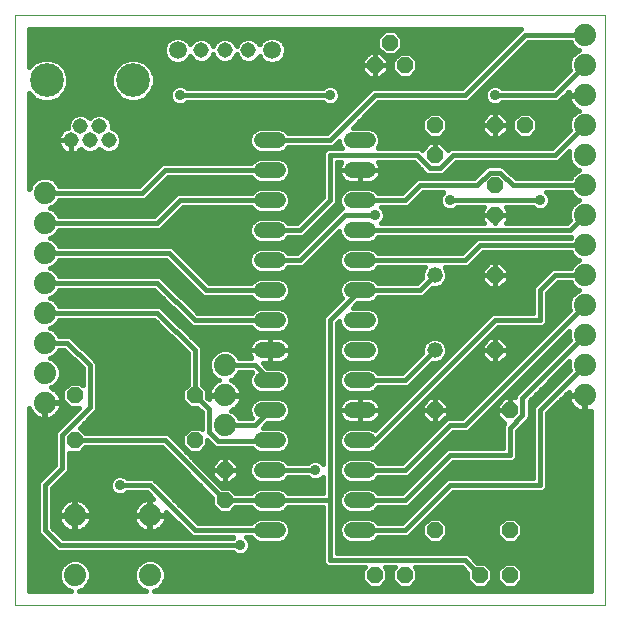
<source format=gbl>
G75*
%MOIN*%
%OFA0B0*%
%FSLAX25Y25*%
%IPPOS*%
%LPD*%
%AMOC8*
5,1,8,0,0,1.08239X$1,22.5*
%
%ADD10C,0.00000*%
%ADD11OC8,0.05200*%
%ADD12C,0.05200*%
%ADD13C,0.05150*%
%ADD14C,0.11220*%
%ADD15C,0.05200*%
%ADD16C,0.05937*%
%ADD17C,0.07400*%
%ADD18C,0.01600*%
%ADD19C,0.03569*%
D10*
X0006800Y0006800D02*
X0006800Y0203650D01*
X0203650Y0203650D01*
X0203650Y0006800D01*
X0006800Y0006800D01*
D11*
X0026800Y0061800D03*
X0026800Y0076800D03*
X0066800Y0076800D03*
X0066800Y0061800D03*
X0076800Y0051800D03*
X0076800Y0041800D03*
X0126800Y0016800D03*
X0136800Y0016800D03*
X0146800Y0031800D03*
X0161800Y0016800D03*
X0171800Y0016800D03*
X0171800Y0031800D03*
X0171800Y0071800D03*
X0166800Y0091800D03*
X0146800Y0071800D03*
X0166800Y0116800D03*
X0166800Y0136800D03*
X0166800Y0146800D03*
X0166800Y0166800D03*
X0176800Y0166800D03*
X0146800Y0166800D03*
X0146800Y0156800D03*
X0136800Y0186800D03*
X0131800Y0194300D03*
X0126800Y0186800D03*
D12*
X0146800Y0116800D03*
X0146800Y0091800D03*
D13*
X0084674Y0191800D03*
X0076800Y0191800D03*
X0068926Y0191800D03*
X0038099Y0161721D03*
X0034950Y0166446D03*
X0031800Y0161721D03*
X0028650Y0166446D03*
X0025501Y0161721D03*
D14*
X0017430Y0181800D03*
X0046170Y0181800D03*
D15*
X0089200Y0161800D02*
X0094400Y0161800D01*
X0094400Y0151800D02*
X0089200Y0151800D01*
X0089200Y0141800D02*
X0094400Y0141800D01*
X0094400Y0131800D02*
X0089200Y0131800D01*
X0089200Y0121800D02*
X0094400Y0121800D01*
X0094400Y0111800D02*
X0089200Y0111800D01*
X0089200Y0101800D02*
X0094400Y0101800D01*
X0094400Y0091800D02*
X0089200Y0091800D01*
X0089200Y0081800D02*
X0094400Y0081800D01*
X0094400Y0071800D02*
X0089200Y0071800D01*
X0089200Y0061800D02*
X0094400Y0061800D01*
X0094400Y0051800D02*
X0089200Y0051800D01*
X0089200Y0041800D02*
X0094400Y0041800D01*
X0094400Y0031800D02*
X0089200Y0031800D01*
X0119200Y0031800D02*
X0124400Y0031800D01*
X0124400Y0041800D02*
X0119200Y0041800D01*
X0119200Y0051800D02*
X0124400Y0051800D01*
X0124400Y0061800D02*
X0119200Y0061800D01*
X0119200Y0071800D02*
X0124400Y0071800D01*
X0124400Y0081800D02*
X0119200Y0081800D01*
X0119200Y0091800D02*
X0124400Y0091800D01*
X0124400Y0101800D02*
X0119200Y0101800D01*
X0119200Y0111800D02*
X0124400Y0111800D01*
X0124400Y0121800D02*
X0119200Y0121800D01*
X0119200Y0131800D02*
X0124400Y0131800D01*
X0124400Y0141800D02*
X0119200Y0141800D01*
X0119200Y0151800D02*
X0124400Y0151800D01*
X0124400Y0161800D02*
X0119200Y0161800D01*
D16*
X0092548Y0191800D03*
X0061052Y0191800D03*
D17*
X0016800Y0144300D03*
X0016800Y0134300D03*
X0016800Y0124300D03*
X0016800Y0114300D03*
X0016800Y0104300D03*
X0016800Y0094300D03*
X0016800Y0084300D03*
X0016800Y0074300D03*
X0026800Y0036800D03*
X0026800Y0016800D03*
X0051800Y0016800D03*
X0051800Y0036800D03*
X0076800Y0066800D03*
X0076800Y0076800D03*
X0076800Y0086800D03*
X0196800Y0086800D03*
X0196800Y0076800D03*
X0196800Y0096800D03*
X0196800Y0106800D03*
X0196800Y0116800D03*
X0196800Y0126800D03*
X0196800Y0136800D03*
X0196800Y0146800D03*
X0196800Y0156800D03*
X0196800Y0166800D03*
X0196800Y0176800D03*
X0196800Y0186800D03*
X0196800Y0196800D03*
D18*
X0176800Y0196800D01*
X0156800Y0176800D01*
X0126800Y0176800D01*
X0111800Y0161800D01*
X0091800Y0161800D01*
X0095235Y0166000D02*
X0088365Y0166000D01*
X0086821Y0165361D01*
X0085639Y0164179D01*
X0085000Y0162635D01*
X0085000Y0160965D01*
X0085639Y0159421D01*
X0086821Y0158239D01*
X0088365Y0157600D01*
X0095235Y0157600D01*
X0096779Y0158239D01*
X0097940Y0159400D01*
X0112277Y0159400D01*
X0113159Y0159765D01*
X0115000Y0161606D01*
X0115000Y0160965D01*
X0115639Y0159421D01*
X0115860Y0159200D01*
X0111323Y0159200D01*
X0110441Y0158835D01*
X0109765Y0158159D01*
X0109400Y0157277D01*
X0109400Y0142794D01*
X0100806Y0134200D01*
X0097940Y0134200D01*
X0096779Y0135361D01*
X0095235Y0136000D01*
X0088365Y0136000D01*
X0086821Y0135361D01*
X0085639Y0134179D01*
X0085000Y0132635D01*
X0085000Y0130965D01*
X0085639Y0129421D01*
X0086821Y0128239D01*
X0088365Y0127600D01*
X0095235Y0127600D01*
X0096779Y0128239D01*
X0097940Y0129400D01*
X0102277Y0129400D01*
X0103159Y0129765D01*
X0113159Y0139765D01*
X0113835Y0140441D01*
X0114200Y0141323D01*
X0114200Y0154400D01*
X0115650Y0154400D01*
X0115437Y0154106D01*
X0115122Y0153489D01*
X0114908Y0152830D01*
X0114800Y0152146D01*
X0114800Y0151800D01*
X0121800Y0151800D01*
X0141800Y0151800D01*
X0142133Y0152133D01*
X0142002Y0152265D02*
X0128781Y0152265D01*
X0128800Y0152146D02*
X0128692Y0152830D01*
X0128478Y0153489D01*
X0128163Y0154106D01*
X0127950Y0154400D01*
X0139866Y0154400D01*
X0143026Y0151241D01*
X0143026Y0151241D01*
X0143701Y0150565D01*
X0144583Y0150200D01*
X0149017Y0150200D01*
X0149899Y0150565D01*
X0150574Y0151241D01*
X0153734Y0154400D01*
X0187277Y0154400D01*
X0188159Y0154765D01*
X0188835Y0155441D01*
X0191678Y0158284D01*
X0191500Y0157854D01*
X0191500Y0155746D01*
X0192307Y0153798D01*
X0193798Y0152307D01*
X0195022Y0151800D01*
X0193798Y0151293D01*
X0192307Y0149802D01*
X0192057Y0149200D01*
X0173734Y0149200D01*
X0169899Y0153035D01*
X0169017Y0153400D01*
X0164583Y0153400D01*
X0163701Y0153035D01*
X0159866Y0149200D01*
X0141323Y0149200D01*
X0140441Y0148835D01*
X0139765Y0148159D01*
X0135806Y0144200D01*
X0127940Y0144200D01*
X0126779Y0145361D01*
X0125235Y0146000D01*
X0118365Y0146000D01*
X0116821Y0145361D01*
X0115639Y0144179D01*
X0115000Y0142635D01*
X0115000Y0140965D01*
X0115639Y0139421D01*
X0115996Y0139065D01*
X0115441Y0138835D01*
X0114765Y0138159D01*
X0100806Y0124200D01*
X0097940Y0124200D01*
X0096779Y0125361D01*
X0095235Y0126000D01*
X0088365Y0126000D01*
X0086821Y0125361D01*
X0085639Y0124179D01*
X0085000Y0122635D01*
X0085000Y0120965D01*
X0085639Y0119421D01*
X0086821Y0118239D01*
X0088365Y0117600D01*
X0095235Y0117600D01*
X0096779Y0118239D01*
X0097940Y0119400D01*
X0102277Y0119400D01*
X0103159Y0119765D01*
X0115000Y0131606D01*
X0115000Y0130965D01*
X0115639Y0129421D01*
X0116821Y0128239D01*
X0118365Y0127600D01*
X0125235Y0127600D01*
X0126779Y0128239D01*
X0127940Y0129400D01*
X0192140Y0129400D01*
X0192057Y0129200D01*
X0161323Y0129200D01*
X0160441Y0128835D01*
X0159765Y0128159D01*
X0155806Y0124200D01*
X0127940Y0124200D01*
X0126779Y0125361D01*
X0125235Y0126000D01*
X0118365Y0126000D01*
X0116821Y0125361D01*
X0115639Y0124179D01*
X0115000Y0122635D01*
X0115000Y0120965D01*
X0115639Y0119421D01*
X0116821Y0118239D01*
X0118365Y0117600D01*
X0125235Y0117600D01*
X0126779Y0118239D01*
X0127940Y0119400D01*
X0143460Y0119400D01*
X0143239Y0119179D01*
X0142600Y0117635D01*
X0142600Y0115994D01*
X0140806Y0114200D01*
X0127940Y0114200D01*
X0126779Y0115361D01*
X0125235Y0116000D01*
X0118365Y0116000D01*
X0116821Y0115361D01*
X0115639Y0114179D01*
X0115000Y0112635D01*
X0115000Y0110965D01*
X0115639Y0109421D01*
X0115833Y0109227D01*
X0109765Y0103159D01*
X0109400Y0102277D01*
X0109400Y0053986D01*
X0108717Y0054669D01*
X0107473Y0055184D01*
X0106127Y0055184D01*
X0104883Y0054669D01*
X0104414Y0054200D01*
X0097940Y0054200D01*
X0096779Y0055361D01*
X0095235Y0056000D01*
X0088365Y0056000D01*
X0086821Y0055361D01*
X0085639Y0054179D01*
X0085000Y0052635D01*
X0085000Y0050965D01*
X0085639Y0049421D01*
X0086821Y0048239D01*
X0088365Y0047600D01*
X0095235Y0047600D01*
X0096779Y0048239D01*
X0097940Y0049400D01*
X0104414Y0049400D01*
X0104883Y0048931D01*
X0106127Y0048416D01*
X0107473Y0048416D01*
X0108717Y0048931D01*
X0109400Y0049614D01*
X0109400Y0044200D01*
X0097940Y0044200D01*
X0096779Y0045361D01*
X0095235Y0046000D01*
X0088365Y0046000D01*
X0086821Y0045361D01*
X0085660Y0044200D01*
X0080340Y0044200D01*
X0078540Y0046000D01*
X0075994Y0046000D01*
X0058159Y0063835D01*
X0057277Y0064200D01*
X0030340Y0064200D01*
X0028540Y0066000D01*
X0028454Y0066000D01*
X0033835Y0071380D01*
X0034200Y0072262D01*
X0034200Y0087277D01*
X0033835Y0088159D01*
X0033159Y0088835D01*
X0025659Y0096335D01*
X0024777Y0096700D01*
X0021543Y0096700D01*
X0021293Y0097302D01*
X0019802Y0098793D01*
X0018578Y0099300D01*
X0019802Y0099807D01*
X0021293Y0101298D01*
X0021543Y0101900D01*
X0053306Y0101900D01*
X0064400Y0090806D01*
X0064400Y0080340D01*
X0062600Y0078540D01*
X0062600Y0075060D01*
X0065060Y0072600D01*
X0067606Y0072600D01*
X0069100Y0071106D01*
X0069100Y0065440D01*
X0068540Y0066000D01*
X0065060Y0066000D01*
X0062600Y0063540D01*
X0062600Y0060060D01*
X0065060Y0057600D01*
X0068540Y0057600D01*
X0071000Y0060060D01*
X0071000Y0061711D01*
X0072570Y0060141D01*
X0073245Y0059465D01*
X0074127Y0059100D01*
X0085960Y0059100D01*
X0086821Y0058239D01*
X0088365Y0057600D01*
X0095235Y0057600D01*
X0096779Y0058239D01*
X0097961Y0059421D01*
X0098600Y0060965D01*
X0098600Y0062635D01*
X0097961Y0064179D01*
X0096779Y0065361D01*
X0095235Y0066000D01*
X0089394Y0066000D01*
X0090994Y0067600D01*
X0095235Y0067600D01*
X0096779Y0068239D01*
X0097961Y0069421D01*
X0098600Y0070965D01*
X0098600Y0072635D01*
X0097961Y0074179D01*
X0096779Y0075361D01*
X0095235Y0076000D01*
X0088365Y0076000D01*
X0086821Y0075361D01*
X0085639Y0074179D01*
X0085000Y0072635D01*
X0085000Y0070965D01*
X0085639Y0069421D01*
X0085833Y0069227D01*
X0085806Y0069200D01*
X0081543Y0069200D01*
X0081293Y0069802D01*
X0079802Y0071293D01*
X0078856Y0071685D01*
X0078911Y0071703D01*
X0079683Y0072096D01*
X0080383Y0072605D01*
X0080995Y0073217D01*
X0081504Y0073917D01*
X0081897Y0074689D01*
X0082165Y0075512D01*
X0082300Y0076367D01*
X0082300Y0076600D01*
X0077000Y0076600D01*
X0077000Y0077000D01*
X0082300Y0077000D01*
X0082300Y0077233D01*
X0082165Y0078088D01*
X0081897Y0078911D01*
X0081504Y0079683D01*
X0080995Y0080383D01*
X0080383Y0080995D01*
X0079683Y0081504D01*
X0078911Y0081897D01*
X0078856Y0081915D01*
X0079802Y0082307D01*
X0081293Y0083798D01*
X0081543Y0084400D01*
X0085806Y0084400D01*
X0085833Y0084373D01*
X0085639Y0084179D01*
X0085000Y0082635D01*
X0085000Y0080965D01*
X0085639Y0079421D01*
X0086821Y0078239D01*
X0088365Y0077600D01*
X0095235Y0077600D01*
X0096779Y0078239D01*
X0097961Y0079421D01*
X0098600Y0080965D01*
X0098600Y0082635D01*
X0097961Y0084179D01*
X0096779Y0085361D01*
X0095235Y0086000D01*
X0090994Y0086000D01*
X0089594Y0087400D01*
X0091800Y0087400D01*
X0094746Y0087400D01*
X0095430Y0087508D01*
X0096089Y0087722D01*
X0096706Y0088037D01*
X0097266Y0088444D01*
X0097756Y0088934D01*
X0098163Y0089494D01*
X0098478Y0090111D01*
X0098692Y0090770D01*
X0098800Y0091454D01*
X0098800Y0091800D01*
X0098800Y0092146D01*
X0098692Y0092830D01*
X0098478Y0093489D01*
X0098163Y0094106D01*
X0097756Y0094666D01*
X0097266Y0095156D01*
X0096706Y0095563D01*
X0096089Y0095878D01*
X0095430Y0096092D01*
X0094746Y0096200D01*
X0091800Y0096200D01*
X0091800Y0091800D01*
X0091800Y0091800D01*
X0098800Y0091800D01*
X0091800Y0091800D01*
X0091800Y0091800D01*
X0091800Y0091800D01*
X0084800Y0091800D01*
X0084800Y0092146D01*
X0084908Y0092830D01*
X0085122Y0093489D01*
X0085437Y0094106D01*
X0085844Y0094666D01*
X0086334Y0095156D01*
X0086894Y0095563D01*
X0087511Y0095878D01*
X0088170Y0096092D01*
X0088854Y0096200D01*
X0091800Y0096200D01*
X0091800Y0091800D01*
X0091800Y0087400D01*
X0091800Y0091800D01*
X0091800Y0091800D01*
X0084800Y0091800D01*
X0084800Y0091454D01*
X0084908Y0090770D01*
X0085122Y0090111D01*
X0085437Y0089494D01*
X0085650Y0089200D01*
X0081543Y0089200D01*
X0081293Y0089802D01*
X0079802Y0091293D01*
X0077854Y0092100D01*
X0075746Y0092100D01*
X0073798Y0091293D01*
X0072307Y0089802D01*
X0071500Y0087854D01*
X0071500Y0085746D01*
X0072307Y0083798D01*
X0073798Y0082307D01*
X0074744Y0081915D01*
X0074689Y0081897D01*
X0073917Y0081504D01*
X0073217Y0080995D01*
X0072605Y0080383D01*
X0072096Y0079683D01*
X0071703Y0078911D01*
X0071435Y0078088D01*
X0071300Y0077233D01*
X0071300Y0077000D01*
X0076600Y0077000D01*
X0076600Y0076600D01*
X0071300Y0076600D01*
X0071300Y0076367D01*
X0071427Y0075567D01*
X0071000Y0075994D01*
X0071000Y0078540D01*
X0069200Y0080340D01*
X0069200Y0092277D01*
X0068835Y0093159D01*
X0068159Y0093835D01*
X0055659Y0106335D01*
X0054777Y0106700D01*
X0021543Y0106700D01*
X0021293Y0107302D01*
X0019802Y0108793D01*
X0018578Y0109300D01*
X0019802Y0109807D01*
X0021293Y0111298D01*
X0021543Y0111900D01*
X0053306Y0111900D01*
X0065441Y0099765D01*
X0066323Y0099400D01*
X0085660Y0099400D01*
X0086821Y0098239D01*
X0088365Y0097600D01*
X0095235Y0097600D01*
X0096779Y0098239D01*
X0097961Y0099421D01*
X0098600Y0100965D01*
X0098600Y0102635D01*
X0097961Y0104179D01*
X0096779Y0105361D01*
X0095235Y0106000D01*
X0088365Y0106000D01*
X0086821Y0105361D01*
X0085660Y0104200D01*
X0067794Y0104200D01*
X0056335Y0115659D01*
X0055659Y0116335D01*
X0054777Y0116700D01*
X0021543Y0116700D01*
X0021293Y0117302D01*
X0019802Y0118793D01*
X0018578Y0119300D01*
X0019802Y0119807D01*
X0021293Y0121298D01*
X0021543Y0121900D01*
X0057056Y0121900D01*
X0069191Y0109765D01*
X0070073Y0109400D01*
X0085660Y0109400D01*
X0086821Y0108239D01*
X0088365Y0107600D01*
X0095235Y0107600D01*
X0096779Y0108239D01*
X0097961Y0109421D01*
X0098600Y0110965D01*
X0098600Y0112635D01*
X0097961Y0114179D01*
X0096779Y0115361D01*
X0095235Y0116000D01*
X0088365Y0116000D01*
X0086821Y0115361D01*
X0085660Y0114200D01*
X0071544Y0114200D01*
X0060085Y0125659D01*
X0059409Y0126335D01*
X0058527Y0126700D01*
X0021543Y0126700D01*
X0021293Y0127302D01*
X0019802Y0128793D01*
X0018578Y0129300D01*
X0019802Y0129807D01*
X0021293Y0131298D01*
X0021543Y0131900D01*
X0054777Y0131900D01*
X0055659Y0132265D01*
X0062794Y0139400D01*
X0085660Y0139400D01*
X0086821Y0138239D01*
X0088365Y0137600D01*
X0095235Y0137600D01*
X0096779Y0138239D01*
X0097961Y0139421D01*
X0098600Y0140965D01*
X0098600Y0142635D01*
X0097961Y0144179D01*
X0096779Y0145361D01*
X0095235Y0146000D01*
X0088365Y0146000D01*
X0086821Y0145361D01*
X0085660Y0144200D01*
X0061323Y0144200D01*
X0060441Y0143835D01*
X0059765Y0143159D01*
X0053306Y0136700D01*
X0021543Y0136700D01*
X0021293Y0137302D01*
X0019802Y0138793D01*
X0018578Y0139300D01*
X0019802Y0139807D01*
X0021293Y0141298D01*
X0021543Y0141900D01*
X0049777Y0141900D01*
X0050659Y0142265D01*
X0057794Y0149400D01*
X0085660Y0149400D01*
X0086821Y0148239D01*
X0088365Y0147600D01*
X0095235Y0147600D01*
X0096779Y0148239D01*
X0097961Y0149421D01*
X0098600Y0150965D01*
X0098600Y0152635D01*
X0097961Y0154179D01*
X0096779Y0155361D01*
X0095235Y0156000D01*
X0088365Y0156000D01*
X0086821Y0155361D01*
X0085660Y0154200D01*
X0056323Y0154200D01*
X0055441Y0153835D01*
X0054765Y0153159D01*
X0048306Y0146700D01*
X0021543Y0146700D01*
X0021293Y0147302D01*
X0019802Y0148793D01*
X0017854Y0149600D01*
X0015746Y0149600D01*
X0013798Y0148793D01*
X0012307Y0147302D01*
X0011600Y0145596D01*
X0011600Y0177433D01*
X0013346Y0175687D01*
X0015996Y0174590D01*
X0018864Y0174590D01*
X0021514Y0175687D01*
X0023542Y0177716D01*
X0024640Y0180366D01*
X0024640Y0183234D01*
X0023542Y0185884D01*
X0021514Y0187913D01*
X0018864Y0189010D01*
X0015996Y0189010D01*
X0013346Y0187913D01*
X0011600Y0186167D01*
X0011600Y0198850D01*
X0175479Y0198850D01*
X0175441Y0198835D01*
X0174765Y0198159D01*
X0155806Y0179200D01*
X0126323Y0179200D01*
X0125441Y0178835D01*
X0110806Y0164200D01*
X0097940Y0164200D01*
X0096779Y0165361D01*
X0095235Y0166000D01*
X0097087Y0165053D02*
X0111659Y0165053D01*
X0113257Y0166651D02*
X0039124Y0166651D01*
X0039124Y0167276D02*
X0038489Y0168810D01*
X0037314Y0169985D01*
X0035780Y0170620D01*
X0034119Y0170620D01*
X0032585Y0169985D01*
X0031800Y0169200D01*
X0031015Y0169985D01*
X0029481Y0170620D01*
X0027820Y0170620D01*
X0026286Y0169985D01*
X0025111Y0168810D01*
X0024476Y0167276D01*
X0024476Y0165988D01*
X0023821Y0165776D01*
X0023208Y0165463D01*
X0022651Y0165058D01*
X0022164Y0164571D01*
X0021759Y0164014D01*
X0021446Y0163401D01*
X0021234Y0162746D01*
X0021126Y0162066D01*
X0021126Y0161721D01*
X0021126Y0161377D01*
X0021234Y0160697D01*
X0021446Y0160042D01*
X0021759Y0159428D01*
X0022164Y0158871D01*
X0022651Y0158384D01*
X0023208Y0157980D01*
X0023821Y0157667D01*
X0024476Y0157454D01*
X0025156Y0157346D01*
X0025501Y0157346D01*
X0025845Y0157346D01*
X0026525Y0157454D01*
X0027180Y0157667D01*
X0027794Y0157980D01*
X0028351Y0158384D01*
X0028792Y0158825D01*
X0029435Y0158182D01*
X0030970Y0157546D01*
X0032630Y0157546D01*
X0034165Y0158182D01*
X0034950Y0158967D01*
X0035734Y0158182D01*
X0037269Y0157546D01*
X0038930Y0157546D01*
X0040464Y0158182D01*
X0041638Y0159356D01*
X0042274Y0160891D01*
X0042274Y0162552D01*
X0041638Y0164086D01*
X0040464Y0165260D01*
X0039124Y0165815D01*
X0039124Y0167276D01*
X0038721Y0168250D02*
X0114856Y0168250D01*
X0116454Y0169848D02*
X0037451Y0169848D01*
X0032448Y0169848D02*
X0031152Y0169848D01*
X0026149Y0169848D02*
X0011600Y0169848D01*
X0011600Y0168250D02*
X0024879Y0168250D01*
X0024476Y0166651D02*
X0011600Y0166651D01*
X0011600Y0165053D02*
X0022645Y0165053D01*
X0021474Y0163454D02*
X0011600Y0163454D01*
X0011600Y0161856D02*
X0021126Y0161856D01*
X0021126Y0161721D02*
X0025501Y0161721D01*
X0025501Y0157346D01*
X0025501Y0161721D01*
X0025501Y0161721D01*
X0021126Y0161721D01*
X0021377Y0160257D02*
X0011600Y0160257D01*
X0011600Y0158659D02*
X0022377Y0158659D01*
X0025501Y0158659D02*
X0025501Y0158659D01*
X0025501Y0160257D02*
X0025501Y0160257D01*
X0025501Y0161721D02*
X0025501Y0161721D01*
X0028625Y0158659D02*
X0028959Y0158659D01*
X0034641Y0158659D02*
X0035258Y0158659D01*
X0040941Y0158659D02*
X0086402Y0158659D01*
X0085293Y0160257D02*
X0042011Y0160257D01*
X0042274Y0161856D02*
X0085000Y0161856D01*
X0085339Y0163454D02*
X0041900Y0163454D01*
X0040672Y0165053D02*
X0086513Y0165053D01*
X0087065Y0155462D02*
X0011600Y0155462D01*
X0011600Y0157060D02*
X0109400Y0157060D01*
X0109400Y0155462D02*
X0096535Y0155462D01*
X0098091Y0153863D02*
X0109400Y0153863D01*
X0109400Y0152265D02*
X0098600Y0152265D01*
X0098476Y0150666D02*
X0109400Y0150666D01*
X0109400Y0149068D02*
X0097607Y0149068D01*
X0095548Y0145870D02*
X0109400Y0145870D01*
X0109400Y0144272D02*
X0097868Y0144272D01*
X0098584Y0142673D02*
X0109279Y0142673D01*
X0107681Y0141075D02*
X0098600Y0141075D01*
X0097984Y0139476D02*
X0106082Y0139476D01*
X0104484Y0137878D02*
X0095906Y0137878D01*
X0097459Y0134681D02*
X0101287Y0134681D01*
X0102885Y0136279D02*
X0059674Y0136279D01*
X0061272Y0137878D02*
X0087694Y0137878D01*
X0086141Y0134681D02*
X0058075Y0134681D01*
X0056477Y0133082D02*
X0085185Y0133082D01*
X0085000Y0131484D02*
X0021370Y0131484D01*
X0019881Y0129885D02*
X0085447Y0129885D01*
X0086773Y0128287D02*
X0020308Y0128287D01*
X0016800Y0124300D02*
X0058050Y0124300D01*
X0070550Y0111800D01*
X0091800Y0111800D01*
X0087155Y0115499D02*
X0070245Y0115499D01*
X0068647Y0117097D02*
X0142600Y0117097D01*
X0143039Y0118696D02*
X0127235Y0118696D01*
X0126445Y0115499D02*
X0142105Y0115499D01*
X0141800Y0111800D02*
X0146800Y0116800D01*
X0149179Y0113239D02*
X0150361Y0114421D01*
X0151000Y0115965D01*
X0151000Y0117635D01*
X0150361Y0119179D01*
X0150140Y0119400D01*
X0157277Y0119400D01*
X0158159Y0119765D01*
X0162794Y0124400D01*
X0192057Y0124400D01*
X0192307Y0123798D01*
X0193798Y0122307D01*
X0195022Y0121800D01*
X0193798Y0121293D01*
X0192307Y0119802D01*
X0192057Y0119200D01*
X0186323Y0119200D01*
X0185441Y0118835D01*
X0184765Y0118159D01*
X0179765Y0113159D01*
X0179400Y0112277D01*
X0179400Y0104200D01*
X0166323Y0104200D01*
X0165441Y0103835D01*
X0164765Y0103159D01*
X0126873Y0065267D01*
X0126779Y0065361D01*
X0125235Y0066000D01*
X0118365Y0066000D01*
X0116821Y0065361D01*
X0115639Y0064179D01*
X0115000Y0062635D01*
X0115000Y0060965D01*
X0115639Y0059421D01*
X0116821Y0058239D01*
X0118365Y0057600D01*
X0125235Y0057600D01*
X0126779Y0058239D01*
X0127961Y0059421D01*
X0128092Y0059737D01*
X0128159Y0059765D01*
X0167794Y0099400D01*
X0182277Y0099400D01*
X0183159Y0099765D01*
X0183835Y0100441D01*
X0184200Y0101323D01*
X0184200Y0110806D01*
X0187794Y0114400D01*
X0192057Y0114400D01*
X0192307Y0113798D01*
X0193798Y0112307D01*
X0195022Y0111800D01*
X0193798Y0111293D01*
X0192307Y0109802D01*
X0191500Y0107854D01*
X0191500Y0105746D01*
X0191749Y0105144D01*
X0155806Y0069200D01*
X0151323Y0069200D01*
X0150441Y0068835D01*
X0149765Y0068159D01*
X0135806Y0054200D01*
X0127940Y0054200D01*
X0126779Y0055361D01*
X0125235Y0056000D01*
X0118365Y0056000D01*
X0116821Y0055361D01*
X0115639Y0054179D01*
X0115000Y0052635D01*
X0115000Y0050965D01*
X0115639Y0049421D01*
X0116821Y0048239D01*
X0118365Y0047600D01*
X0125235Y0047600D01*
X0126779Y0048239D01*
X0127940Y0049400D01*
X0137277Y0049400D01*
X0138159Y0049765D01*
X0152794Y0064400D01*
X0157277Y0064400D01*
X0158159Y0064765D01*
X0191678Y0098284D01*
X0191500Y0097854D01*
X0191500Y0095746D01*
X0191749Y0095144D01*
X0173965Y0077359D01*
X0173600Y0076477D01*
X0173600Y0076200D01*
X0171800Y0076200D01*
X0171800Y0071800D01*
X0171800Y0071800D01*
X0171800Y0071800D01*
X0167400Y0071800D01*
X0167400Y0073623D01*
X0169977Y0076200D01*
X0171800Y0076200D01*
X0171800Y0071800D01*
X0167400Y0071800D01*
X0167400Y0069977D01*
X0169962Y0067416D01*
X0169765Y0067220D01*
X0169400Y0066338D01*
X0169400Y0059200D01*
X0151323Y0059200D01*
X0150441Y0058835D01*
X0149765Y0058159D01*
X0135806Y0044200D01*
X0127940Y0044200D01*
X0126779Y0045361D01*
X0125235Y0046000D01*
X0118365Y0046000D01*
X0116821Y0045361D01*
X0115639Y0044179D01*
X0115000Y0042635D01*
X0115000Y0040965D01*
X0115639Y0039421D01*
X0116821Y0038239D01*
X0118365Y0037600D01*
X0125235Y0037600D01*
X0126779Y0038239D01*
X0127940Y0039400D01*
X0137277Y0039400D01*
X0138159Y0039765D01*
X0152794Y0054400D01*
X0172277Y0054400D01*
X0173159Y0054765D01*
X0173835Y0055441D01*
X0174200Y0056323D01*
X0174200Y0064866D01*
X0178035Y0068701D01*
X0178400Y0069583D01*
X0178400Y0075006D01*
X0191678Y0088284D01*
X0191500Y0087854D01*
X0191500Y0085746D01*
X0191749Y0085144D01*
X0179765Y0073159D01*
X0179400Y0072277D01*
X0179400Y0049200D01*
X0151323Y0049200D01*
X0150441Y0048835D01*
X0149765Y0048159D01*
X0135806Y0034200D01*
X0127940Y0034200D01*
X0126779Y0035361D01*
X0125235Y0036000D01*
X0118365Y0036000D01*
X0116821Y0035361D01*
X0115639Y0034179D01*
X0115000Y0032635D01*
X0115000Y0030965D01*
X0115639Y0029421D01*
X0116821Y0028239D01*
X0118365Y0027600D01*
X0125235Y0027600D01*
X0126779Y0028239D01*
X0127940Y0029400D01*
X0137277Y0029400D01*
X0138159Y0029765D01*
X0138835Y0030441D01*
X0152794Y0044400D01*
X0182277Y0044400D01*
X0183159Y0044765D01*
X0183835Y0045441D01*
X0184200Y0046323D01*
X0184200Y0070806D01*
X0191427Y0078033D01*
X0191300Y0077233D01*
X0191300Y0077000D01*
X0196600Y0077000D01*
X0196600Y0076600D01*
X0197000Y0076600D01*
X0197000Y0071300D01*
X0197233Y0071300D01*
X0198088Y0071435D01*
X0198850Y0071683D01*
X0198850Y0011600D01*
X0053096Y0011600D01*
X0054802Y0012307D01*
X0056293Y0013798D01*
X0057100Y0015746D01*
X0057100Y0017854D01*
X0056293Y0019802D01*
X0054802Y0021293D01*
X0052854Y0022100D01*
X0050746Y0022100D01*
X0048798Y0021293D01*
X0047307Y0019802D01*
X0046500Y0017854D01*
X0046500Y0015746D01*
X0047307Y0013798D01*
X0048798Y0012307D01*
X0050504Y0011600D01*
X0028096Y0011600D01*
X0029802Y0012307D01*
X0031293Y0013798D01*
X0032100Y0015746D01*
X0032100Y0017854D01*
X0031293Y0019802D01*
X0029802Y0021293D01*
X0027854Y0022100D01*
X0025746Y0022100D01*
X0023798Y0021293D01*
X0022307Y0019802D01*
X0021500Y0017854D01*
X0021500Y0015746D01*
X0022307Y0013798D01*
X0023798Y0012307D01*
X0025504Y0011600D01*
X0011600Y0011600D01*
X0011600Y0072506D01*
X0011703Y0072189D01*
X0012096Y0071417D01*
X0012605Y0070717D01*
X0013217Y0070105D01*
X0013917Y0069596D01*
X0014689Y0069203D01*
X0015512Y0068935D01*
X0016367Y0068800D01*
X0016600Y0068800D01*
X0016600Y0074100D01*
X0017000Y0074100D01*
X0017000Y0074500D01*
X0022300Y0074500D01*
X0022300Y0074733D01*
X0022165Y0075588D01*
X0021897Y0076411D01*
X0021504Y0077183D01*
X0020995Y0077883D01*
X0020383Y0078495D01*
X0019683Y0079004D01*
X0018911Y0079397D01*
X0018856Y0079415D01*
X0019802Y0079807D01*
X0021293Y0081298D01*
X0022100Y0083246D01*
X0022100Y0085354D01*
X0021293Y0087302D01*
X0019802Y0088793D01*
X0018578Y0089300D01*
X0019802Y0089807D01*
X0021293Y0091298D01*
X0021543Y0091900D01*
X0023306Y0091900D01*
X0029400Y0085806D01*
X0029400Y0080140D01*
X0028540Y0081000D01*
X0025060Y0081000D01*
X0022600Y0078540D01*
X0022600Y0075060D01*
X0025060Y0072600D01*
X0028266Y0072600D01*
X0020565Y0064899D01*
X0020200Y0064017D01*
X0020200Y0053594D01*
X0015441Y0048835D01*
X0014765Y0048159D01*
X0014400Y0047277D01*
X0014400Y0031323D01*
X0014765Y0030441D01*
X0019765Y0025441D01*
X0020441Y0024765D01*
X0021323Y0024400D01*
X0079414Y0024400D01*
X0079883Y0023931D01*
X0081127Y0023416D01*
X0082473Y0023416D01*
X0083717Y0023931D01*
X0084669Y0024883D01*
X0085184Y0026127D01*
X0085184Y0027473D01*
X0084669Y0028717D01*
X0083986Y0029400D01*
X0085660Y0029400D01*
X0086821Y0028239D01*
X0088365Y0027600D01*
X0095235Y0027600D01*
X0096779Y0028239D01*
X0097961Y0029421D01*
X0098600Y0030965D01*
X0098600Y0032635D01*
X0097961Y0034179D01*
X0096779Y0035361D01*
X0095235Y0036000D01*
X0088365Y0036000D01*
X0086821Y0035361D01*
X0085660Y0034200D01*
X0067794Y0034200D01*
X0053159Y0048835D01*
X0052277Y0049200D01*
X0044186Y0049200D01*
X0043717Y0049669D01*
X0042473Y0050184D01*
X0041127Y0050184D01*
X0039883Y0049669D01*
X0038931Y0048717D01*
X0038416Y0047473D01*
X0038416Y0046127D01*
X0038931Y0044883D01*
X0039883Y0043931D01*
X0041127Y0043416D01*
X0042473Y0043416D01*
X0043717Y0043931D01*
X0044186Y0044400D01*
X0050806Y0044400D01*
X0053033Y0042173D01*
X0052233Y0042300D01*
X0052000Y0042300D01*
X0052000Y0037000D01*
X0057300Y0037000D01*
X0057300Y0037233D01*
X0057173Y0038033D01*
X0064765Y0030441D01*
X0065441Y0029765D01*
X0066323Y0029400D01*
X0079614Y0029400D01*
X0079414Y0029200D01*
X0022794Y0029200D01*
X0019200Y0032794D01*
X0019200Y0045806D01*
X0023959Y0050565D01*
X0024635Y0051241D01*
X0025000Y0052123D01*
X0025000Y0057660D01*
X0025060Y0057600D01*
X0028540Y0057600D01*
X0030340Y0059400D01*
X0055806Y0059400D01*
X0072600Y0042606D01*
X0072600Y0040060D01*
X0075060Y0037600D01*
X0078540Y0037600D01*
X0080340Y0039400D01*
X0085660Y0039400D01*
X0086821Y0038239D01*
X0088365Y0037600D01*
X0095235Y0037600D01*
X0096779Y0038239D01*
X0097940Y0039400D01*
X0109400Y0039400D01*
X0109400Y0021323D01*
X0109765Y0020441D01*
X0110441Y0019765D01*
X0111323Y0019400D01*
X0123460Y0019400D01*
X0122600Y0018540D01*
X0122600Y0015060D01*
X0125060Y0012600D01*
X0128540Y0012600D01*
X0131000Y0015060D01*
X0131000Y0018540D01*
X0130140Y0019400D01*
X0133460Y0019400D01*
X0132600Y0018540D01*
X0132600Y0015060D01*
X0135060Y0012600D01*
X0138540Y0012600D01*
X0141000Y0015060D01*
X0141000Y0018540D01*
X0140140Y0019400D01*
X0155806Y0019400D01*
X0157600Y0017606D01*
X0157600Y0015060D01*
X0160060Y0012600D01*
X0163540Y0012600D01*
X0166000Y0015060D01*
X0166000Y0018540D01*
X0163540Y0021000D01*
X0160994Y0021000D01*
X0158835Y0023159D01*
X0158835Y0023159D01*
X0158159Y0023835D01*
X0157277Y0024200D01*
X0114200Y0024200D01*
X0114200Y0100806D01*
X0115000Y0101606D01*
X0115000Y0100965D01*
X0115639Y0099421D01*
X0116821Y0098239D01*
X0118365Y0097600D01*
X0125235Y0097600D01*
X0126779Y0098239D01*
X0127961Y0099421D01*
X0128600Y0100965D01*
X0128600Y0102635D01*
X0127961Y0104179D01*
X0126779Y0105361D01*
X0125235Y0106000D01*
X0119394Y0106000D01*
X0120994Y0107600D01*
X0125235Y0107600D01*
X0126779Y0108239D01*
X0127940Y0109400D01*
X0142277Y0109400D01*
X0143159Y0109765D01*
X0145994Y0112600D01*
X0147635Y0112600D01*
X0149179Y0113239D01*
X0149840Y0113900D02*
X0163477Y0113900D01*
X0162400Y0114977D02*
X0164977Y0112400D01*
X0166800Y0112400D01*
X0168623Y0112400D01*
X0171200Y0114977D01*
X0171200Y0116800D01*
X0171200Y0118623D01*
X0168623Y0121200D01*
X0166800Y0121200D01*
X0166800Y0116800D01*
X0171200Y0116800D01*
X0166800Y0116800D01*
X0166800Y0116800D01*
X0166800Y0116800D01*
X0166800Y0112400D01*
X0166800Y0116800D01*
X0166800Y0116800D01*
X0166800Y0116800D01*
X0162400Y0116800D01*
X0162400Y0118623D01*
X0164977Y0121200D01*
X0166800Y0121200D01*
X0166800Y0116800D01*
X0162400Y0116800D01*
X0162400Y0114977D01*
X0162400Y0115499D02*
X0150807Y0115499D01*
X0151000Y0117097D02*
X0162400Y0117097D01*
X0162473Y0118696D02*
X0150561Y0118696D01*
X0156800Y0121800D02*
X0161800Y0126800D01*
X0196800Y0126800D01*
X0194797Y0121893D02*
X0160287Y0121893D01*
X0161885Y0123491D02*
X0192613Y0123491D01*
X0192799Y0120294D02*
X0169528Y0120294D01*
X0171127Y0118696D02*
X0185302Y0118696D01*
X0183703Y0117097D02*
X0171200Y0117097D01*
X0171200Y0115499D02*
X0182105Y0115499D01*
X0180506Y0113900D02*
X0170123Y0113900D01*
X0166800Y0113900D02*
X0166800Y0113900D01*
X0166800Y0115499D02*
X0166800Y0115499D01*
X0166800Y0117097D02*
X0166800Y0117097D01*
X0166800Y0118696D02*
X0166800Y0118696D01*
X0166800Y0120294D02*
X0166800Y0120294D01*
X0164072Y0120294D02*
X0158688Y0120294D01*
X0156800Y0121800D02*
X0121800Y0121800D01*
X0127050Y0125090D02*
X0156696Y0125090D01*
X0158294Y0126688D02*
X0110082Y0126688D01*
X0108484Y0125090D02*
X0116550Y0125090D01*
X0115355Y0123491D02*
X0106885Y0123491D01*
X0105287Y0121893D02*
X0115000Y0121893D01*
X0115278Y0120294D02*
X0103688Y0120294D01*
X0101800Y0121800D02*
X0116800Y0136800D01*
X0126800Y0136800D01*
X0130017Y0137878D02*
X0162400Y0137878D01*
X0162400Y0138623D02*
X0162400Y0136800D01*
X0166800Y0136800D01*
X0166800Y0134200D01*
X0166800Y0134200D01*
X0166800Y0136800D01*
X0171200Y0136800D01*
X0171200Y0138623D01*
X0170423Y0139400D01*
X0179414Y0139400D01*
X0179883Y0138931D01*
X0181127Y0138416D01*
X0182473Y0138416D01*
X0183717Y0138931D01*
X0184669Y0139883D01*
X0185184Y0141127D01*
X0185184Y0142473D01*
X0184669Y0143717D01*
X0183986Y0144400D01*
X0192057Y0144400D01*
X0192307Y0143798D01*
X0193798Y0142307D01*
X0195022Y0141800D01*
X0193798Y0141293D01*
X0192307Y0139802D01*
X0191500Y0137854D01*
X0191500Y0135746D01*
X0191749Y0135144D01*
X0190806Y0134200D01*
X0170423Y0134200D01*
X0171200Y0134977D01*
X0171200Y0136800D01*
X0166800Y0136800D01*
X0166800Y0136800D01*
X0166800Y0136800D01*
X0166800Y0136800D01*
X0166800Y0134200D01*
X0166800Y0134681D02*
X0166800Y0134681D01*
X0166800Y0136279D02*
X0166800Y0136279D01*
X0166800Y0136800D02*
X0162400Y0136800D01*
X0162400Y0134977D01*
X0163177Y0134200D01*
X0128986Y0134200D01*
X0129669Y0134883D01*
X0130184Y0136127D01*
X0130184Y0137473D01*
X0129669Y0138717D01*
X0128986Y0139400D01*
X0137277Y0139400D01*
X0138159Y0139765D01*
X0142794Y0144400D01*
X0149614Y0144400D01*
X0148931Y0143717D01*
X0148416Y0142473D01*
X0148416Y0141127D01*
X0148931Y0139883D01*
X0149883Y0138931D01*
X0151127Y0138416D01*
X0152473Y0138416D01*
X0153717Y0138931D01*
X0154186Y0139400D01*
X0163177Y0139400D01*
X0162400Y0138623D01*
X0162400Y0136279D02*
X0130184Y0136279D01*
X0129467Y0134681D02*
X0162697Y0134681D01*
X0159893Y0128287D02*
X0126827Y0128287D01*
X0121800Y0131800D02*
X0191800Y0131800D01*
X0196800Y0136800D01*
X0193580Y0141075D02*
X0185163Y0141075D01*
X0185101Y0142673D02*
X0193431Y0142673D01*
X0192110Y0144272D02*
X0184114Y0144272D01*
X0181800Y0141800D02*
X0151800Y0141800D01*
X0149338Y0139476D02*
X0137462Y0139476D01*
X0136800Y0141800D02*
X0141800Y0146800D01*
X0160860Y0146800D01*
X0165060Y0151000D01*
X0168540Y0151000D01*
X0172740Y0146800D01*
X0196800Y0146800D01*
X0193171Y0150666D02*
X0172268Y0150666D01*
X0170669Y0152265D02*
X0193900Y0152265D01*
X0192280Y0153863D02*
X0153197Y0153863D01*
X0151598Y0152265D02*
X0162931Y0152265D01*
X0161332Y0150666D02*
X0150000Y0150666D01*
X0150574Y0151241D02*
X0150574Y0151241D01*
X0148540Y0152600D02*
X0152740Y0156800D01*
X0186800Y0156800D01*
X0196800Y0166800D01*
X0194744Y0171685D02*
X0193798Y0171293D01*
X0192307Y0169802D01*
X0191500Y0167854D01*
X0191500Y0165746D01*
X0191749Y0165144D01*
X0185806Y0159200D01*
X0152262Y0159200D01*
X0151380Y0158835D01*
X0151184Y0158638D01*
X0148623Y0161200D01*
X0146800Y0161200D01*
X0146800Y0156800D01*
X0146800Y0156800D01*
X0146800Y0161200D01*
X0144977Y0161200D01*
X0142416Y0158638D01*
X0142220Y0158835D01*
X0141338Y0159200D01*
X0127740Y0159200D01*
X0127961Y0159421D01*
X0128600Y0160965D01*
X0128600Y0162635D01*
X0127961Y0164179D01*
X0126779Y0165361D01*
X0125235Y0166000D01*
X0119394Y0166000D01*
X0127794Y0174400D01*
X0157277Y0174400D01*
X0158159Y0174765D01*
X0177794Y0194400D01*
X0192057Y0194400D01*
X0192307Y0193798D01*
X0193798Y0192307D01*
X0195022Y0191800D01*
X0193798Y0191293D01*
X0192307Y0189802D01*
X0191500Y0187854D01*
X0191500Y0185746D01*
X0191749Y0185144D01*
X0185806Y0179200D01*
X0169186Y0179200D01*
X0168717Y0179669D01*
X0167473Y0180184D01*
X0166127Y0180184D01*
X0164883Y0179669D01*
X0163931Y0178717D01*
X0163416Y0177473D01*
X0163416Y0176127D01*
X0163931Y0174883D01*
X0164883Y0173931D01*
X0166127Y0173416D01*
X0167473Y0173416D01*
X0168717Y0173931D01*
X0169186Y0174400D01*
X0187277Y0174400D01*
X0188159Y0174765D01*
X0191427Y0178033D01*
X0191300Y0177233D01*
X0191300Y0177000D01*
X0196600Y0177000D01*
X0196600Y0176600D01*
X0191300Y0176600D01*
X0191300Y0176367D01*
X0191435Y0175512D01*
X0191703Y0174689D01*
X0192096Y0173917D01*
X0192605Y0173217D01*
X0193217Y0172605D01*
X0193917Y0172096D01*
X0194689Y0171703D01*
X0194744Y0171685D01*
X0194169Y0171447D02*
X0124841Y0171447D01*
X0126439Y0173045D02*
X0192777Y0173045D01*
X0191726Y0174644D02*
X0187866Y0174644D01*
X0189636Y0176242D02*
X0191320Y0176242D01*
X0191396Y0177841D02*
X0191235Y0177841D01*
X0186800Y0176800D02*
X0196800Y0186800D01*
X0193133Y0190629D02*
X0174023Y0190629D01*
X0175621Y0192227D02*
X0193990Y0192227D01*
X0192295Y0193826D02*
X0177220Y0193826D01*
X0173629Y0197023D02*
X0135017Y0197023D01*
X0136000Y0196040D02*
X0133540Y0198500D01*
X0130060Y0198500D01*
X0127600Y0196040D01*
X0127600Y0192560D01*
X0130060Y0190100D01*
X0133540Y0190100D01*
X0136000Y0192560D01*
X0136000Y0196040D01*
X0136000Y0195424D02*
X0172030Y0195424D01*
X0170432Y0193826D02*
X0136000Y0193826D01*
X0135667Y0192227D02*
X0168833Y0192227D01*
X0167235Y0190629D02*
X0138911Y0190629D01*
X0138540Y0191000D02*
X0141000Y0188540D01*
X0141000Y0185060D01*
X0138540Y0182600D01*
X0135060Y0182600D01*
X0132600Y0185060D01*
X0132600Y0188540D01*
X0135060Y0191000D01*
X0138540Y0191000D01*
X0140509Y0189030D02*
X0165636Y0189030D01*
X0164038Y0187432D02*
X0141000Y0187432D01*
X0141000Y0185833D02*
X0162439Y0185833D01*
X0160841Y0184235D02*
X0140174Y0184235D01*
X0138576Y0182636D02*
X0159242Y0182636D01*
X0157644Y0181038D02*
X0053380Y0181038D01*
X0053380Y0180366D02*
X0052283Y0177716D01*
X0050254Y0175687D01*
X0047604Y0174590D01*
X0044736Y0174590D01*
X0042086Y0175687D01*
X0040058Y0177716D01*
X0038960Y0180366D01*
X0038960Y0183234D01*
X0040058Y0185884D01*
X0042086Y0187913D01*
X0044736Y0189010D01*
X0047604Y0189010D01*
X0050254Y0187913D01*
X0052283Y0185884D01*
X0053380Y0183234D01*
X0053380Y0180366D01*
X0052997Y0179439D02*
X0059653Y0179439D01*
X0059883Y0179669D02*
X0058931Y0178717D01*
X0058416Y0177473D01*
X0058416Y0176127D01*
X0058931Y0174883D01*
X0059883Y0173931D01*
X0061127Y0173416D01*
X0062473Y0173416D01*
X0063717Y0173931D01*
X0064186Y0174400D01*
X0109414Y0174400D01*
X0109883Y0173931D01*
X0111127Y0173416D01*
X0112473Y0173416D01*
X0113717Y0173931D01*
X0114669Y0174883D01*
X0115184Y0176127D01*
X0115184Y0177473D01*
X0114669Y0178717D01*
X0113717Y0179669D01*
X0112473Y0180184D01*
X0111127Y0180184D01*
X0109883Y0179669D01*
X0109414Y0179200D01*
X0064186Y0179200D01*
X0063717Y0179669D01*
X0062473Y0180184D01*
X0061127Y0180184D01*
X0059883Y0179669D01*
X0058568Y0177841D02*
X0052334Y0177841D01*
X0050809Y0176242D02*
X0058416Y0176242D01*
X0059170Y0174644D02*
X0047734Y0174644D01*
X0044606Y0174644D02*
X0018994Y0174644D01*
X0015866Y0174644D02*
X0011600Y0174644D01*
X0011600Y0176242D02*
X0012791Y0176242D01*
X0011600Y0173045D02*
X0119651Y0173045D01*
X0118053Y0171447D02*
X0011600Y0171447D01*
X0022069Y0176242D02*
X0041531Y0176242D01*
X0040006Y0177841D02*
X0023594Y0177841D01*
X0024256Y0179439D02*
X0039344Y0179439D01*
X0038960Y0181038D02*
X0024640Y0181038D01*
X0024640Y0182636D02*
X0038960Y0182636D01*
X0039374Y0184235D02*
X0024226Y0184235D01*
X0023564Y0185833D02*
X0040036Y0185833D01*
X0041605Y0187432D02*
X0021995Y0187432D01*
X0012865Y0187432D02*
X0011600Y0187432D01*
X0011600Y0189030D02*
X0057361Y0189030D01*
X0057179Y0189212D02*
X0058464Y0187927D01*
X0060143Y0187231D01*
X0061961Y0187231D01*
X0063640Y0187927D01*
X0064925Y0189212D01*
X0065202Y0189881D01*
X0065387Y0189435D01*
X0066561Y0188261D01*
X0068096Y0187625D01*
X0069756Y0187625D01*
X0071291Y0188261D01*
X0072465Y0189435D01*
X0072863Y0190396D01*
X0073261Y0189435D01*
X0074435Y0188261D01*
X0075970Y0187625D01*
X0077630Y0187625D01*
X0079165Y0188261D01*
X0080339Y0189435D01*
X0080737Y0190396D01*
X0081135Y0189435D01*
X0082309Y0188261D01*
X0083844Y0187625D01*
X0085504Y0187625D01*
X0087039Y0188261D01*
X0088213Y0189435D01*
X0088398Y0189881D01*
X0088675Y0189212D01*
X0089960Y0187927D01*
X0091639Y0187231D01*
X0093457Y0187231D01*
X0095136Y0187927D01*
X0096421Y0189212D01*
X0097117Y0190891D01*
X0097117Y0192709D01*
X0096421Y0194388D01*
X0095136Y0195673D01*
X0093457Y0196368D01*
X0091639Y0196368D01*
X0089960Y0195673D01*
X0088675Y0194388D01*
X0088398Y0193719D01*
X0088213Y0194165D01*
X0087039Y0195339D01*
X0085504Y0195975D01*
X0083844Y0195975D01*
X0082309Y0195339D01*
X0081135Y0194165D01*
X0080737Y0193204D01*
X0080339Y0194165D01*
X0079165Y0195339D01*
X0077630Y0195975D01*
X0075970Y0195975D01*
X0074435Y0195339D01*
X0073261Y0194165D01*
X0072863Y0193204D01*
X0072465Y0194165D01*
X0071291Y0195339D01*
X0069756Y0195975D01*
X0068096Y0195975D01*
X0066561Y0195339D01*
X0065387Y0194165D01*
X0065202Y0193719D01*
X0064925Y0194388D01*
X0063640Y0195673D01*
X0061961Y0196368D01*
X0060143Y0196368D01*
X0058464Y0195673D01*
X0057179Y0194388D01*
X0056483Y0192709D01*
X0056483Y0190891D01*
X0057179Y0189212D01*
X0056592Y0190629D02*
X0011600Y0190629D01*
X0011600Y0192227D02*
X0056483Y0192227D01*
X0056946Y0193826D02*
X0011600Y0193826D01*
X0011600Y0195424D02*
X0058215Y0195424D01*
X0063888Y0195424D02*
X0066767Y0195424D01*
X0065246Y0193826D02*
X0065158Y0193826D01*
X0064743Y0189030D02*
X0065792Y0189030D01*
X0062444Y0187432D02*
X0091156Y0187432D01*
X0093940Y0187432D02*
X0122400Y0187432D01*
X0122400Y0186800D02*
X0126800Y0186800D01*
X0131200Y0186800D01*
X0131200Y0188623D01*
X0128623Y0191200D01*
X0126800Y0191200D01*
X0126800Y0186800D01*
X0126800Y0186800D01*
X0126800Y0186800D01*
X0131200Y0186800D01*
X0131200Y0184977D01*
X0128623Y0182400D01*
X0126800Y0182400D01*
X0126800Y0186800D01*
X0126800Y0186800D01*
X0126800Y0186800D01*
X0126800Y0191200D01*
X0124977Y0191200D01*
X0122400Y0188623D01*
X0122400Y0186800D01*
X0122400Y0184977D01*
X0124977Y0182400D01*
X0126800Y0182400D01*
X0126800Y0186800D01*
X0122400Y0186800D01*
X0122400Y0185833D02*
X0052304Y0185833D01*
X0052966Y0184235D02*
X0123143Y0184235D01*
X0124741Y0182636D02*
X0053380Y0182636D01*
X0050735Y0187432D02*
X0059660Y0187432D01*
X0063947Y0179439D02*
X0109653Y0179439D01*
X0111800Y0176800D02*
X0061800Y0176800D01*
X0072060Y0189030D02*
X0073666Y0189030D01*
X0073120Y0193826D02*
X0072606Y0193826D01*
X0071085Y0195424D02*
X0074641Y0195424D01*
X0078959Y0195424D02*
X0082515Y0195424D01*
X0080994Y0193826D02*
X0080480Y0193826D01*
X0079934Y0189030D02*
X0081540Y0189030D01*
X0087808Y0189030D02*
X0088857Y0189030D01*
X0088442Y0193826D02*
X0088354Y0193826D01*
X0089712Y0195424D02*
X0086833Y0195424D01*
X0095385Y0195424D02*
X0127600Y0195424D01*
X0127600Y0193826D02*
X0096654Y0193826D01*
X0097117Y0192227D02*
X0127933Y0192227D01*
X0126800Y0190629D02*
X0126800Y0190629D01*
X0126800Y0189030D02*
X0126800Y0189030D01*
X0126800Y0187432D02*
X0126800Y0187432D01*
X0126800Y0185833D02*
X0126800Y0185833D01*
X0126800Y0184235D02*
X0126800Y0184235D01*
X0126800Y0182636D02*
X0126800Y0182636D01*
X0128859Y0182636D02*
X0135024Y0182636D01*
X0133426Y0184235D02*
X0130457Y0184235D01*
X0131200Y0185833D02*
X0132600Y0185833D01*
X0132600Y0187432D02*
X0131200Y0187432D01*
X0130792Y0189030D02*
X0133091Y0189030D01*
X0134068Y0190629D02*
X0134689Y0190629D01*
X0129531Y0190629D02*
X0129194Y0190629D01*
X0124406Y0190629D02*
X0097008Y0190629D01*
X0096239Y0189030D02*
X0122808Y0189030D01*
X0128583Y0197023D02*
X0011600Y0197023D01*
X0011600Y0198621D02*
X0175227Y0198621D01*
X0172424Y0189030D02*
X0191987Y0189030D01*
X0191500Y0187432D02*
X0170826Y0187432D01*
X0169227Y0185833D02*
X0191500Y0185833D01*
X0190841Y0184235D02*
X0167629Y0184235D01*
X0166030Y0182636D02*
X0189242Y0182636D01*
X0187644Y0181038D02*
X0164432Y0181038D01*
X0164653Y0179439D02*
X0162833Y0179439D01*
X0163568Y0177841D02*
X0161235Y0177841D01*
X0159636Y0176242D02*
X0163416Y0176242D01*
X0164170Y0174644D02*
X0157866Y0174644D01*
X0156045Y0179439D02*
X0113947Y0179439D01*
X0115032Y0177841D02*
X0124447Y0177841D01*
X0122848Y0176242D02*
X0115184Y0176242D01*
X0114430Y0174644D02*
X0121250Y0174644D01*
X0123242Y0169848D02*
X0143908Y0169848D01*
X0145060Y0171000D02*
X0142600Y0168540D01*
X0142600Y0165060D01*
X0145060Y0162600D01*
X0148540Y0162600D01*
X0151000Y0165060D01*
X0151000Y0168540D01*
X0148540Y0171000D01*
X0145060Y0171000D01*
X0142600Y0168250D02*
X0121644Y0168250D01*
X0120045Y0166651D02*
X0142600Y0166651D01*
X0142608Y0165053D02*
X0127087Y0165053D01*
X0128261Y0163454D02*
X0144206Y0163454D01*
X0144035Y0160257D02*
X0128307Y0160257D01*
X0128600Y0161856D02*
X0188462Y0161856D01*
X0190060Y0163454D02*
X0179394Y0163454D01*
X0178540Y0162600D02*
X0181000Y0165060D01*
X0181000Y0168540D01*
X0178540Y0171000D01*
X0175060Y0171000D01*
X0172600Y0168540D01*
X0172600Y0165060D01*
X0175060Y0162600D01*
X0178540Y0162600D01*
X0180992Y0165053D02*
X0191659Y0165053D01*
X0191500Y0166651D02*
X0181000Y0166651D01*
X0181000Y0168250D02*
X0191664Y0168250D01*
X0192353Y0169848D02*
X0179692Y0169848D01*
X0173908Y0169848D02*
X0169974Y0169848D01*
X0171200Y0168623D02*
X0168623Y0171200D01*
X0166800Y0171200D01*
X0166800Y0166800D01*
X0171200Y0166800D01*
X0171200Y0168623D01*
X0171200Y0168250D02*
X0172600Y0168250D01*
X0172600Y0166651D02*
X0171200Y0166651D01*
X0171200Y0166800D02*
X0166800Y0166800D01*
X0166800Y0166800D01*
X0166800Y0166800D01*
X0166800Y0162400D01*
X0168623Y0162400D01*
X0171200Y0164977D01*
X0171200Y0166800D01*
X0171200Y0165053D02*
X0172608Y0165053D01*
X0174206Y0163454D02*
X0169677Y0163454D01*
X0166800Y0163454D02*
X0166800Y0163454D01*
X0166800Y0162400D02*
X0166800Y0166800D01*
X0166800Y0166800D01*
X0166800Y0166800D01*
X0162400Y0166800D01*
X0162400Y0168623D01*
X0164977Y0171200D01*
X0166800Y0171200D01*
X0166800Y0166800D01*
X0162400Y0166800D01*
X0162400Y0164977D01*
X0164977Y0162400D01*
X0166800Y0162400D01*
X0166800Y0165053D02*
X0166800Y0165053D01*
X0166800Y0166651D02*
X0166800Y0166651D01*
X0166800Y0168250D02*
X0166800Y0168250D01*
X0166800Y0169848D02*
X0166800Y0169848D01*
X0163626Y0169848D02*
X0149692Y0169848D01*
X0151000Y0168250D02*
X0162400Y0168250D01*
X0162400Y0166651D02*
X0151000Y0166651D01*
X0150992Y0165053D02*
X0162400Y0165053D01*
X0163923Y0163454D02*
X0149394Y0163454D01*
X0149565Y0160257D02*
X0186863Y0160257D01*
X0190454Y0157060D02*
X0191500Y0157060D01*
X0191618Y0155462D02*
X0188856Y0155462D01*
X0188835Y0155441D02*
X0188835Y0155441D01*
X0192172Y0139476D02*
X0184262Y0139476D01*
X0191510Y0137878D02*
X0171200Y0137878D01*
X0171200Y0136279D02*
X0191500Y0136279D01*
X0191287Y0134681D02*
X0170903Y0134681D01*
X0186800Y0116800D02*
X0196800Y0116800D01*
X0192264Y0113900D02*
X0187294Y0113900D01*
X0185696Y0112302D02*
X0193810Y0112302D01*
X0193208Y0110703D02*
X0184200Y0110703D01*
X0184200Y0109105D02*
X0192018Y0109105D01*
X0191500Y0107506D02*
X0184200Y0107506D01*
X0184200Y0105908D02*
X0191500Y0105908D01*
X0190915Y0104309D02*
X0184200Y0104309D01*
X0184200Y0102711D02*
X0189317Y0102711D01*
X0187718Y0101112D02*
X0184113Y0101112D01*
X0182552Y0099514D02*
X0186120Y0099514D01*
X0184521Y0097915D02*
X0166309Y0097915D01*
X0166800Y0096200D02*
X0164977Y0096200D01*
X0162400Y0093623D01*
X0162400Y0091800D01*
X0166800Y0091800D01*
X0171200Y0091800D01*
X0171200Y0093623D01*
X0168623Y0096200D01*
X0166800Y0096200D01*
X0166800Y0091800D01*
X0166800Y0091800D01*
X0166800Y0091800D01*
X0171200Y0091800D01*
X0171200Y0089977D01*
X0168623Y0087400D01*
X0166800Y0087400D01*
X0166800Y0091800D01*
X0166800Y0091800D01*
X0166800Y0091800D01*
X0166800Y0096200D01*
X0166800Y0094718D02*
X0166800Y0094718D01*
X0166800Y0093120D02*
X0166800Y0093120D01*
X0166800Y0091800D02*
X0162400Y0091800D01*
X0162400Y0089977D01*
X0164977Y0087400D01*
X0166800Y0087400D01*
X0166800Y0091800D01*
X0166800Y0091521D02*
X0166800Y0091521D01*
X0166800Y0089923D02*
X0166800Y0089923D01*
X0166800Y0088324D02*
X0166800Y0088324D01*
X0169547Y0088324D02*
X0174930Y0088324D01*
X0173331Y0086726D02*
X0155120Y0086726D01*
X0156718Y0088324D02*
X0164053Y0088324D01*
X0162455Y0089923D02*
X0158317Y0089923D01*
X0159915Y0091521D02*
X0162400Y0091521D01*
X0162400Y0093120D02*
X0161514Y0093120D01*
X0163112Y0094718D02*
X0163496Y0094718D01*
X0164711Y0096317D02*
X0182923Y0096317D01*
X0181324Y0094718D02*
X0170104Y0094718D01*
X0171200Y0093120D02*
X0179726Y0093120D01*
X0178127Y0091521D02*
X0171200Y0091521D01*
X0171145Y0089923D02*
X0176528Y0089923D01*
X0180120Y0086726D02*
X0183331Y0086726D01*
X0181733Y0085127D02*
X0178521Y0085127D01*
X0176923Y0083529D02*
X0180134Y0083529D01*
X0178536Y0081930D02*
X0175324Y0081930D01*
X0173726Y0080332D02*
X0176937Y0080332D01*
X0175339Y0078733D02*
X0172127Y0078733D01*
X0170529Y0077134D02*
X0173872Y0077134D01*
X0176000Y0076000D02*
X0176000Y0070060D01*
X0171800Y0065860D01*
X0171800Y0056800D01*
X0151800Y0056800D01*
X0136800Y0041800D01*
X0121800Y0041800D01*
X0126975Y0045164D02*
X0136770Y0045164D01*
X0138369Y0046763D02*
X0114200Y0046763D01*
X0114200Y0048361D02*
X0116699Y0048361D01*
X0115416Y0049960D02*
X0114200Y0049960D01*
X0114200Y0051558D02*
X0115000Y0051558D01*
X0115216Y0053157D02*
X0114200Y0053157D01*
X0114200Y0054755D02*
X0116216Y0054755D01*
X0114200Y0056354D02*
X0137960Y0056354D01*
X0139558Y0057952D02*
X0126086Y0057952D01*
X0128014Y0059551D02*
X0141157Y0059551D01*
X0142755Y0061149D02*
X0129543Y0061149D01*
X0131142Y0062748D02*
X0144354Y0062748D01*
X0145952Y0064346D02*
X0132741Y0064346D01*
X0134339Y0065945D02*
X0147551Y0065945D01*
X0146800Y0067400D02*
X0148623Y0067400D01*
X0151200Y0069977D01*
X0151200Y0071800D01*
X0151200Y0073623D01*
X0148623Y0076200D01*
X0146800Y0076200D01*
X0146800Y0071800D01*
X0146800Y0071800D01*
X0151200Y0071800D01*
X0146800Y0071800D01*
X0146800Y0071800D01*
X0146800Y0071800D01*
X0142400Y0071800D01*
X0142400Y0073623D01*
X0144977Y0076200D01*
X0146800Y0076200D01*
X0146800Y0071800D01*
X0146800Y0067400D01*
X0146800Y0071800D01*
X0146800Y0071800D01*
X0142400Y0071800D01*
X0142400Y0069977D01*
X0144977Y0067400D01*
X0146800Y0067400D01*
X0146800Y0067543D02*
X0146800Y0067543D01*
X0146800Y0069142D02*
X0146800Y0069142D01*
X0146800Y0070740D02*
X0146800Y0070740D01*
X0146800Y0072339D02*
X0146800Y0072339D01*
X0146800Y0073937D02*
X0146800Y0073937D01*
X0146800Y0075536D02*
X0146800Y0075536D01*
X0145529Y0077134D02*
X0163740Y0077134D01*
X0162142Y0075536D02*
X0149287Y0075536D01*
X0150885Y0073937D02*
X0160543Y0073937D01*
X0158945Y0072339D02*
X0151200Y0072339D01*
X0151200Y0070740D02*
X0157346Y0070740D01*
X0156800Y0066800D02*
X0151800Y0066800D01*
X0136800Y0051800D01*
X0121800Y0051800D01*
X0126901Y0048361D02*
X0139967Y0048361D01*
X0141566Y0049960D02*
X0138354Y0049960D01*
X0139952Y0051558D02*
X0143164Y0051558D01*
X0144763Y0053157D02*
X0141551Y0053157D01*
X0143149Y0054755D02*
X0146361Y0054755D01*
X0147960Y0056354D02*
X0144748Y0056354D01*
X0146346Y0057952D02*
X0149558Y0057952D01*
X0147945Y0059551D02*
X0169400Y0059551D01*
X0169400Y0061149D02*
X0149543Y0061149D01*
X0151142Y0062748D02*
X0169400Y0062748D01*
X0169400Y0064346D02*
X0152741Y0064346D01*
X0156800Y0066800D02*
X0196800Y0106800D01*
X0196800Y0096800D02*
X0176000Y0076000D01*
X0178930Y0075536D02*
X0182142Y0075536D01*
X0183740Y0077134D02*
X0180529Y0077134D01*
X0182127Y0078733D02*
X0185339Y0078733D01*
X0186937Y0080332D02*
X0183726Y0080332D01*
X0185324Y0081930D02*
X0188536Y0081930D01*
X0190134Y0083529D02*
X0186923Y0083529D01*
X0188521Y0085127D02*
X0191733Y0085127D01*
X0191500Y0086726D02*
X0190120Y0086726D01*
X0186528Y0089923D02*
X0183317Y0089923D01*
X0184915Y0091521D02*
X0188127Y0091521D01*
X0189726Y0093120D02*
X0186514Y0093120D01*
X0188112Y0094718D02*
X0191324Y0094718D01*
X0191500Y0096317D02*
X0189711Y0096317D01*
X0191309Y0097915D02*
X0191525Y0097915D01*
X0181800Y0101800D02*
X0181800Y0111800D01*
X0186800Y0116800D01*
X0179410Y0112302D02*
X0145696Y0112302D01*
X0144097Y0110703D02*
X0179400Y0110703D01*
X0179400Y0109105D02*
X0127644Y0109105D01*
X0125458Y0105908D02*
X0179400Y0105908D01*
X0179400Y0107506D02*
X0120900Y0107506D01*
X0121800Y0111800D02*
X0141800Y0111800D01*
X0128569Y0102711D02*
X0164317Y0102711D01*
X0162718Y0101112D02*
X0128600Y0101112D01*
X0127999Y0099514D02*
X0161120Y0099514D01*
X0159521Y0097915D02*
X0125996Y0097915D01*
X0125235Y0096000D02*
X0126779Y0095361D01*
X0127961Y0094179D01*
X0128600Y0092635D01*
X0128600Y0090965D01*
X0127961Y0089421D01*
X0126779Y0088239D01*
X0125235Y0087600D01*
X0118365Y0087600D01*
X0116821Y0088239D01*
X0115639Y0089421D01*
X0115000Y0090965D01*
X0115000Y0092635D01*
X0115639Y0094179D01*
X0116821Y0095361D01*
X0118365Y0096000D01*
X0125235Y0096000D01*
X0127422Y0094718D02*
X0143778Y0094718D01*
X0143239Y0094179D02*
X0142600Y0092635D01*
X0142600Y0090994D01*
X0135806Y0084200D01*
X0127940Y0084200D01*
X0126779Y0085361D01*
X0125235Y0086000D01*
X0118365Y0086000D01*
X0116821Y0085361D01*
X0115639Y0084179D01*
X0115000Y0082635D01*
X0115000Y0080965D01*
X0115639Y0079421D01*
X0116821Y0078239D01*
X0118365Y0077600D01*
X0125235Y0077600D01*
X0126779Y0078239D01*
X0127940Y0079400D01*
X0137277Y0079400D01*
X0138159Y0079765D01*
X0145994Y0087600D01*
X0147635Y0087600D01*
X0149179Y0088239D01*
X0150361Y0089421D01*
X0151000Y0090965D01*
X0151000Y0092635D01*
X0150361Y0094179D01*
X0149179Y0095361D01*
X0147635Y0096000D01*
X0145965Y0096000D01*
X0144421Y0095361D01*
X0143239Y0094179D01*
X0142801Y0093120D02*
X0128399Y0093120D01*
X0128600Y0091521D02*
X0142600Y0091521D01*
X0141528Y0089923D02*
X0128168Y0089923D01*
X0126864Y0088324D02*
X0139930Y0088324D01*
X0138331Y0086726D02*
X0114200Y0086726D01*
X0114200Y0088324D02*
X0116736Y0088324D01*
X0115432Y0089923D02*
X0114200Y0089923D01*
X0114200Y0091521D02*
X0115000Y0091521D01*
X0115201Y0093120D02*
X0114200Y0093120D01*
X0114200Y0094718D02*
X0116178Y0094718D01*
X0114200Y0096317D02*
X0157923Y0096317D01*
X0156324Y0094718D02*
X0149822Y0094718D01*
X0150799Y0093120D02*
X0154726Y0093120D01*
X0153127Y0091521D02*
X0151000Y0091521D01*
X0150568Y0089923D02*
X0151528Y0089923D01*
X0149930Y0088324D02*
X0149264Y0088324D01*
X0148331Y0086726D02*
X0145120Y0086726D01*
X0143521Y0085127D02*
X0146733Y0085127D01*
X0145134Y0083529D02*
X0141923Y0083529D01*
X0140324Y0081930D02*
X0143536Y0081930D01*
X0141937Y0080332D02*
X0138726Y0080332D01*
X0140339Y0078733D02*
X0127273Y0078733D01*
X0126089Y0075878D02*
X0125430Y0076092D01*
X0124746Y0076200D01*
X0121800Y0076200D01*
X0121800Y0071800D01*
X0121800Y0071800D01*
X0128800Y0071800D01*
X0128800Y0072146D01*
X0128692Y0072830D01*
X0128478Y0073489D01*
X0128163Y0074106D01*
X0127756Y0074666D01*
X0127266Y0075156D01*
X0126706Y0075563D01*
X0126089Y0075878D01*
X0126744Y0075536D02*
X0137142Y0075536D01*
X0138740Y0077134D02*
X0114200Y0077134D01*
X0114200Y0075536D02*
X0116856Y0075536D01*
X0116894Y0075563D02*
X0116334Y0075156D01*
X0115844Y0074666D01*
X0115437Y0074106D01*
X0115122Y0073489D01*
X0114908Y0072830D01*
X0114800Y0072146D01*
X0114800Y0071800D01*
X0121800Y0071800D01*
X0121800Y0071800D01*
X0121800Y0067400D01*
X0124746Y0067400D01*
X0125430Y0067508D01*
X0126089Y0067722D01*
X0126706Y0068037D01*
X0127266Y0068444D01*
X0127756Y0068934D01*
X0128163Y0069494D01*
X0128478Y0070111D01*
X0128692Y0070770D01*
X0128800Y0071454D01*
X0128800Y0071800D01*
X0121800Y0071800D01*
X0121800Y0071800D01*
X0121800Y0071800D01*
X0121800Y0076200D01*
X0118854Y0076200D01*
X0118170Y0076092D01*
X0117511Y0075878D01*
X0116894Y0075563D01*
X0115351Y0073937D02*
X0114200Y0073937D01*
X0114200Y0072339D02*
X0114831Y0072339D01*
X0114800Y0071800D02*
X0114800Y0071454D01*
X0114908Y0070770D01*
X0115122Y0070111D01*
X0115437Y0069494D01*
X0115844Y0068934D01*
X0116334Y0068444D01*
X0116894Y0068037D01*
X0117511Y0067722D01*
X0118170Y0067508D01*
X0118854Y0067400D01*
X0121800Y0067400D01*
X0121800Y0071800D01*
X0114800Y0071800D01*
X0114918Y0070740D02*
X0114200Y0070740D01*
X0114200Y0069142D02*
X0115692Y0069142D01*
X0114200Y0067543D02*
X0118062Y0067543D01*
X0118232Y0065945D02*
X0114200Y0065945D01*
X0114200Y0064346D02*
X0115807Y0064346D01*
X0115047Y0062748D02*
X0114200Y0062748D01*
X0114200Y0061149D02*
X0115000Y0061149D01*
X0115586Y0059551D02*
X0114200Y0059551D01*
X0114200Y0057952D02*
X0117514Y0057952D01*
X0121800Y0061800D02*
X0126800Y0061800D01*
X0166800Y0101800D01*
X0181800Y0101800D01*
X0179400Y0104309D02*
X0127830Y0104309D01*
X0121800Y0111800D02*
X0111800Y0101800D01*
X0111800Y0041800D01*
X0111800Y0021800D01*
X0156800Y0021800D01*
X0161800Y0016800D01*
X0164134Y0013194D02*
X0169466Y0013194D01*
X0170060Y0012600D02*
X0167600Y0015060D01*
X0167600Y0018540D01*
X0170060Y0021000D01*
X0173540Y0021000D01*
X0176000Y0018540D01*
X0176000Y0015060D01*
X0173540Y0012600D01*
X0170060Y0012600D01*
X0167868Y0014793D02*
X0165732Y0014793D01*
X0166000Y0016391D02*
X0167600Y0016391D01*
X0167600Y0017990D02*
X0166000Y0017990D01*
X0164952Y0019588D02*
X0168648Y0019588D01*
X0174952Y0019588D02*
X0198850Y0019588D01*
X0198850Y0017990D02*
X0176000Y0017990D01*
X0176000Y0016391D02*
X0198850Y0016391D01*
X0198850Y0014793D02*
X0175732Y0014793D01*
X0174134Y0013194D02*
X0198850Y0013194D01*
X0198850Y0021187D02*
X0160807Y0021187D01*
X0159209Y0022785D02*
X0198850Y0022785D01*
X0198850Y0024384D02*
X0114200Y0024384D01*
X0114200Y0025982D02*
X0198850Y0025982D01*
X0198850Y0027581D02*
X0114200Y0027581D01*
X0114200Y0029179D02*
X0115881Y0029179D01*
X0115077Y0030778D02*
X0114200Y0030778D01*
X0114200Y0032376D02*
X0115000Y0032376D01*
X0115555Y0033975D02*
X0114200Y0033975D01*
X0114200Y0035573D02*
X0117334Y0035573D01*
X0114200Y0037172D02*
X0138778Y0037172D01*
X0140376Y0038770D02*
X0127310Y0038770D01*
X0126266Y0035573D02*
X0137179Y0035573D01*
X0140770Y0032376D02*
X0142600Y0032376D01*
X0142600Y0033540D02*
X0142600Y0030060D01*
X0145060Y0027600D01*
X0148540Y0027600D01*
X0151000Y0030060D01*
X0151000Y0033540D01*
X0148540Y0036000D01*
X0145060Y0036000D01*
X0142600Y0033540D01*
X0142369Y0033975D02*
X0143035Y0033975D01*
X0143967Y0035573D02*
X0144634Y0035573D01*
X0145566Y0037172D02*
X0198850Y0037172D01*
X0198850Y0038770D02*
X0147164Y0038770D01*
X0148763Y0040369D02*
X0198850Y0040369D01*
X0198850Y0041967D02*
X0150361Y0041967D01*
X0151960Y0043566D02*
X0198850Y0043566D01*
X0198850Y0045164D02*
X0183558Y0045164D01*
X0184200Y0046763D02*
X0198850Y0046763D01*
X0198850Y0048361D02*
X0184200Y0048361D01*
X0184200Y0049960D02*
X0198850Y0049960D01*
X0198850Y0051558D02*
X0184200Y0051558D01*
X0184200Y0053157D02*
X0198850Y0053157D01*
X0198850Y0054755D02*
X0184200Y0054755D01*
X0184200Y0056354D02*
X0198850Y0056354D01*
X0198850Y0057952D02*
X0184200Y0057952D01*
X0184200Y0059551D02*
X0198850Y0059551D01*
X0198850Y0061149D02*
X0184200Y0061149D01*
X0184200Y0062748D02*
X0198850Y0062748D01*
X0198850Y0064346D02*
X0184200Y0064346D01*
X0184200Y0065945D02*
X0198850Y0065945D01*
X0198850Y0067543D02*
X0184200Y0067543D01*
X0184200Y0069142D02*
X0198850Y0069142D01*
X0198850Y0070740D02*
X0184200Y0070740D01*
X0185733Y0072339D02*
X0193583Y0072339D01*
X0193917Y0072096D02*
X0194689Y0071703D01*
X0195512Y0071435D01*
X0196367Y0071300D01*
X0196600Y0071300D01*
X0196600Y0076600D01*
X0191300Y0076600D01*
X0191300Y0076367D01*
X0191435Y0075512D01*
X0191703Y0074689D01*
X0192096Y0073917D01*
X0192605Y0073217D01*
X0193217Y0072605D01*
X0193917Y0072096D01*
X0192086Y0073937D02*
X0187332Y0073937D01*
X0188930Y0075536D02*
X0191432Y0075536D01*
X0191300Y0077134D02*
X0190529Y0077134D01*
X0196600Y0075536D02*
X0197000Y0075536D01*
X0197000Y0073937D02*
X0196600Y0073937D01*
X0196600Y0072339D02*
X0197000Y0072339D01*
X0196800Y0086800D02*
X0181800Y0071800D01*
X0181800Y0046800D01*
X0151800Y0046800D01*
X0136800Y0031800D01*
X0121800Y0031800D01*
X0127719Y0029179D02*
X0143481Y0029179D01*
X0142600Y0030778D02*
X0139172Y0030778D01*
X0138835Y0030441D02*
X0138835Y0030441D01*
X0138763Y0040369D02*
X0141975Y0040369D01*
X0143573Y0041967D02*
X0140361Y0041967D01*
X0141960Y0043566D02*
X0145172Y0043566D01*
X0146770Y0045164D02*
X0143558Y0045164D01*
X0145157Y0046763D02*
X0148369Y0046763D01*
X0149967Y0048361D02*
X0146755Y0048361D01*
X0148354Y0049960D02*
X0179400Y0049960D01*
X0179400Y0051558D02*
X0149952Y0051558D01*
X0151551Y0053157D02*
X0179400Y0053157D01*
X0179400Y0054755D02*
X0173135Y0054755D01*
X0174200Y0056354D02*
X0179400Y0056354D01*
X0179400Y0057952D02*
X0174200Y0057952D01*
X0174200Y0059551D02*
X0179400Y0059551D01*
X0179400Y0061149D02*
X0174200Y0061149D01*
X0174200Y0062748D02*
X0179400Y0062748D01*
X0179400Y0064346D02*
X0174200Y0064346D01*
X0175279Y0065945D02*
X0179400Y0065945D01*
X0179400Y0067543D02*
X0176877Y0067543D01*
X0178217Y0069142D02*
X0179400Y0069142D01*
X0179400Y0070740D02*
X0178400Y0070740D01*
X0178400Y0072339D02*
X0179426Y0072339D01*
X0178400Y0073937D02*
X0180543Y0073937D01*
X0171800Y0073937D02*
X0171800Y0073937D01*
X0171800Y0072339D02*
X0171800Y0072339D01*
X0171800Y0075536D02*
X0171800Y0075536D01*
X0169313Y0075536D02*
X0168930Y0075536D01*
X0167715Y0073937D02*
X0167332Y0073937D01*
X0167400Y0072339D02*
X0165733Y0072339D01*
X0164135Y0070740D02*
X0167400Y0070740D01*
X0168236Y0069142D02*
X0162536Y0069142D01*
X0160938Y0067543D02*
X0169834Y0067543D01*
X0169400Y0065945D02*
X0159339Y0065945D01*
X0151182Y0069142D02*
X0150364Y0069142D01*
X0149149Y0067543D02*
X0148766Y0067543D01*
X0144834Y0067543D02*
X0135938Y0067543D01*
X0137536Y0069142D02*
X0143236Y0069142D01*
X0142400Y0070740D02*
X0139135Y0070740D01*
X0140733Y0072339D02*
X0142400Y0072339D01*
X0142332Y0073937D02*
X0142715Y0073937D01*
X0143930Y0075536D02*
X0144313Y0075536D01*
X0147127Y0078733D02*
X0165339Y0078733D01*
X0166937Y0080332D02*
X0148726Y0080332D01*
X0150324Y0081930D02*
X0168536Y0081930D01*
X0170134Y0083529D02*
X0151923Y0083529D01*
X0153521Y0085127D02*
X0171733Y0085127D01*
X0181718Y0088324D02*
X0184930Y0088324D01*
X0146800Y0091800D02*
X0136800Y0081800D01*
X0121800Y0081800D01*
X0127013Y0085127D02*
X0136733Y0085127D01*
X0135543Y0073937D02*
X0128249Y0073937D01*
X0128769Y0072339D02*
X0133945Y0072339D01*
X0132346Y0070740D02*
X0128682Y0070740D01*
X0127907Y0069142D02*
X0130748Y0069142D01*
X0129149Y0067543D02*
X0125538Y0067543D01*
X0125368Y0065945D02*
X0127551Y0065945D01*
X0121800Y0067543D02*
X0121800Y0067543D01*
X0121800Y0069142D02*
X0121800Y0069142D01*
X0121800Y0070740D02*
X0121800Y0070740D01*
X0121800Y0072339D02*
X0121800Y0072339D01*
X0121800Y0073937D02*
X0121800Y0073937D01*
X0121800Y0075536D02*
X0121800Y0075536D01*
X0116327Y0078733D02*
X0114200Y0078733D01*
X0114200Y0080332D02*
X0115262Y0080332D01*
X0115000Y0081930D02*
X0114200Y0081930D01*
X0114200Y0083529D02*
X0115370Y0083529D01*
X0114200Y0085127D02*
X0116587Y0085127D01*
X0109400Y0085127D02*
X0097013Y0085127D01*
X0098230Y0083529D02*
X0109400Y0083529D01*
X0109400Y0081930D02*
X0098600Y0081930D01*
X0098338Y0080332D02*
X0109400Y0080332D01*
X0109400Y0078733D02*
X0097273Y0078733D01*
X0096356Y0075536D02*
X0109400Y0075536D01*
X0109400Y0077134D02*
X0082300Y0077134D01*
X0082168Y0075536D02*
X0087244Y0075536D01*
X0085539Y0073937D02*
X0081514Y0073937D01*
X0080017Y0072339D02*
X0085000Y0072339D01*
X0085093Y0070740D02*
X0080355Y0070740D01*
X0076800Y0066800D02*
X0086800Y0066800D01*
X0091800Y0071800D01*
X0090938Y0067543D02*
X0109400Y0067543D01*
X0109400Y0065945D02*
X0095368Y0065945D01*
X0097793Y0064346D02*
X0109400Y0064346D01*
X0109400Y0062748D02*
X0098553Y0062748D01*
X0098600Y0061149D02*
X0109400Y0061149D01*
X0109400Y0059551D02*
X0098014Y0059551D01*
X0096086Y0057952D02*
X0109400Y0057952D01*
X0109400Y0056354D02*
X0065640Y0056354D01*
X0064708Y0057952D02*
X0064042Y0057952D01*
X0063109Y0059551D02*
X0062443Y0059551D01*
X0062600Y0061149D02*
X0060845Y0061149D01*
X0059246Y0062748D02*
X0062600Y0062748D01*
X0063407Y0064346D02*
X0030193Y0064346D01*
X0028595Y0065945D02*
X0065005Y0065945D01*
X0068595Y0065945D02*
X0069100Y0065945D01*
X0069100Y0067543D02*
X0029998Y0067543D01*
X0031596Y0069142D02*
X0069100Y0069142D01*
X0069100Y0070740D02*
X0033195Y0070740D01*
X0034200Y0072339D02*
X0067867Y0072339D01*
X0071500Y0072100D02*
X0066800Y0076800D01*
X0066800Y0091800D01*
X0054300Y0104300D01*
X0016800Y0104300D01*
X0019094Y0099514D02*
X0055692Y0099514D01*
X0054094Y0101112D02*
X0021107Y0101112D01*
X0020680Y0097915D02*
X0057291Y0097915D01*
X0058889Y0096317D02*
X0025677Y0096317D01*
X0027276Y0094718D02*
X0060488Y0094718D01*
X0062086Y0093120D02*
X0028874Y0093120D01*
X0030473Y0091521D02*
X0063685Y0091521D01*
X0064400Y0089923D02*
X0032072Y0089923D01*
X0033670Y0088324D02*
X0064400Y0088324D01*
X0064400Y0086726D02*
X0034200Y0086726D01*
X0034200Y0085127D02*
X0064400Y0085127D01*
X0064400Y0083529D02*
X0034200Y0083529D01*
X0034200Y0081930D02*
X0064400Y0081930D01*
X0064392Y0080332D02*
X0034200Y0080332D01*
X0034200Y0078733D02*
X0062793Y0078733D01*
X0062600Y0077134D02*
X0034200Y0077134D01*
X0034200Y0075536D02*
X0062600Y0075536D01*
X0063723Y0073937D02*
X0034200Y0073937D01*
X0031800Y0072740D02*
X0022600Y0063540D01*
X0022600Y0052600D01*
X0016800Y0046800D01*
X0016800Y0031800D01*
X0021800Y0026800D01*
X0081800Y0026800D01*
X0084207Y0029179D02*
X0085881Y0029179D01*
X0085140Y0027581D02*
X0109400Y0027581D01*
X0109400Y0029179D02*
X0097719Y0029179D01*
X0098523Y0030778D02*
X0109400Y0030778D01*
X0109400Y0032376D02*
X0098600Y0032376D01*
X0098045Y0033975D02*
X0109400Y0033975D01*
X0109400Y0035573D02*
X0096266Y0035573D01*
X0097310Y0038770D02*
X0109400Y0038770D01*
X0109400Y0037172D02*
X0064822Y0037172D01*
X0063224Y0038770D02*
X0073890Y0038770D01*
X0072600Y0040369D02*
X0061625Y0040369D01*
X0060027Y0041967D02*
X0072600Y0041967D01*
X0071640Y0043566D02*
X0058428Y0043566D01*
X0056830Y0045164D02*
X0070042Y0045164D01*
X0068443Y0046763D02*
X0055231Y0046763D01*
X0053633Y0048361D02*
X0066845Y0048361D01*
X0065246Y0049960D02*
X0043015Y0049960D01*
X0040585Y0049960D02*
X0023354Y0049960D01*
X0024766Y0051558D02*
X0063648Y0051558D01*
X0062049Y0053157D02*
X0025000Y0053157D01*
X0025000Y0054755D02*
X0060451Y0054755D01*
X0058852Y0056354D02*
X0025000Y0056354D01*
X0028892Y0057952D02*
X0057254Y0057952D01*
X0056800Y0061800D02*
X0076800Y0041800D01*
X0091800Y0041800D01*
X0111800Y0041800D01*
X0114200Y0041967D02*
X0115000Y0041967D01*
X0115247Y0040369D02*
X0114200Y0040369D01*
X0114200Y0038770D02*
X0116290Y0038770D01*
X0115385Y0043566D02*
X0114200Y0043566D01*
X0114200Y0045164D02*
X0116625Y0045164D01*
X0109400Y0045164D02*
X0096975Y0045164D01*
X0096901Y0048361D02*
X0109400Y0048361D01*
X0109400Y0046763D02*
X0075231Y0046763D01*
X0074977Y0047400D02*
X0072400Y0049977D01*
X0072400Y0051800D01*
X0076800Y0051800D01*
X0076800Y0051800D01*
X0076800Y0056200D01*
X0078623Y0056200D01*
X0081200Y0053623D01*
X0081200Y0051800D01*
X0076800Y0051800D01*
X0076800Y0051800D01*
X0076800Y0051800D01*
X0076800Y0056200D01*
X0074977Y0056200D01*
X0072400Y0053623D01*
X0072400Y0051800D01*
X0076800Y0051800D01*
X0081200Y0051800D01*
X0081200Y0049977D01*
X0078623Y0047400D01*
X0076800Y0047400D01*
X0076800Y0051800D01*
X0076800Y0051800D01*
X0076800Y0047400D01*
X0074977Y0047400D01*
X0074016Y0048361D02*
X0073633Y0048361D01*
X0072418Y0049960D02*
X0072034Y0049960D01*
X0072400Y0051558D02*
X0070436Y0051558D01*
X0068837Y0053157D02*
X0072400Y0053157D01*
X0073533Y0054755D02*
X0067239Y0054755D01*
X0068892Y0057952D02*
X0087514Y0057952D01*
X0086216Y0054755D02*
X0080067Y0054755D01*
X0081200Y0053157D02*
X0085216Y0053157D01*
X0085000Y0051558D02*
X0081200Y0051558D01*
X0081182Y0049960D02*
X0085416Y0049960D01*
X0086699Y0048361D02*
X0079584Y0048361D01*
X0079375Y0045164D02*
X0086625Y0045164D01*
X0086290Y0038770D02*
X0079710Y0038770D01*
X0087334Y0035573D02*
X0066421Y0035573D01*
X0066800Y0031800D02*
X0091800Y0031800D01*
X0085124Y0025982D02*
X0109400Y0025982D01*
X0109400Y0024384D02*
X0084170Y0024384D01*
X0079430Y0024384D02*
X0011600Y0024384D01*
X0011600Y0025982D02*
X0019224Y0025982D01*
X0017625Y0027581D02*
X0011600Y0027581D01*
X0011600Y0029179D02*
X0016027Y0029179D01*
X0014626Y0030778D02*
X0011600Y0030778D01*
X0011600Y0032376D02*
X0014400Y0032376D01*
X0014400Y0033975D02*
X0011600Y0033975D01*
X0011600Y0035573D02*
X0014400Y0035573D01*
X0014400Y0037172D02*
X0011600Y0037172D01*
X0011600Y0038770D02*
X0014400Y0038770D01*
X0014400Y0040369D02*
X0011600Y0040369D01*
X0011600Y0041967D02*
X0014400Y0041967D01*
X0014400Y0043566D02*
X0011600Y0043566D01*
X0011600Y0045164D02*
X0014400Y0045164D01*
X0014400Y0046763D02*
X0011600Y0046763D01*
X0011600Y0048361D02*
X0014967Y0048361D01*
X0016566Y0049960D02*
X0011600Y0049960D01*
X0011600Y0051558D02*
X0018164Y0051558D01*
X0019763Y0053157D02*
X0011600Y0053157D01*
X0011600Y0054755D02*
X0020200Y0054755D01*
X0020200Y0056354D02*
X0011600Y0056354D01*
X0011600Y0057952D02*
X0020200Y0057952D01*
X0020200Y0059551D02*
X0011600Y0059551D01*
X0011600Y0061149D02*
X0020200Y0061149D01*
X0020200Y0062748D02*
X0011600Y0062748D01*
X0011600Y0064346D02*
X0020336Y0064346D01*
X0021611Y0065945D02*
X0011600Y0065945D01*
X0011600Y0067543D02*
X0023210Y0067543D01*
X0024808Y0069142D02*
X0018723Y0069142D01*
X0018911Y0069203D02*
X0019683Y0069596D01*
X0020383Y0070105D01*
X0020995Y0070717D01*
X0021504Y0071417D01*
X0021897Y0072189D01*
X0022165Y0073012D01*
X0022300Y0073867D01*
X0022300Y0074100D01*
X0017000Y0074100D01*
X0017000Y0068800D01*
X0017233Y0068800D01*
X0018088Y0068935D01*
X0018911Y0069203D01*
X0017000Y0069142D02*
X0016600Y0069142D01*
X0016600Y0070740D02*
X0017000Y0070740D01*
X0017000Y0072339D02*
X0016600Y0072339D01*
X0016600Y0073937D02*
X0017000Y0073937D01*
X0021012Y0070740D02*
X0026407Y0070740D01*
X0028005Y0072339D02*
X0021946Y0072339D01*
X0022300Y0073937D02*
X0023723Y0073937D01*
X0022600Y0075536D02*
X0022173Y0075536D01*
X0022600Y0077134D02*
X0021529Y0077134D01*
X0022793Y0078733D02*
X0020056Y0078733D01*
X0020327Y0080332D02*
X0024392Y0080332D01*
X0021555Y0081930D02*
X0029400Y0081930D01*
X0029400Y0080332D02*
X0029208Y0080332D01*
X0029400Y0083529D02*
X0022100Y0083529D01*
X0022100Y0085127D02*
X0029400Y0085127D01*
X0028480Y0086726D02*
X0021532Y0086726D01*
X0020271Y0088324D02*
X0026882Y0088324D01*
X0025283Y0089923D02*
X0019918Y0089923D01*
X0021386Y0091521D02*
X0023685Y0091521D01*
X0024300Y0094300D02*
X0031800Y0086800D01*
X0031800Y0072740D01*
X0026800Y0061800D02*
X0056800Y0061800D01*
X0070491Y0059551D02*
X0073160Y0059551D01*
X0071561Y0061149D02*
X0071000Y0061149D01*
X0071500Y0064605D02*
X0074605Y0061500D01*
X0090040Y0061500D01*
X0090340Y0061800D01*
X0091800Y0061800D01*
X0097384Y0054755D02*
X0105091Y0054755D01*
X0106800Y0051800D02*
X0091800Y0051800D01*
X0076800Y0051558D02*
X0076800Y0051558D01*
X0076800Y0049960D02*
X0076800Y0049960D01*
X0076800Y0048361D02*
X0076800Y0048361D01*
X0076800Y0053157D02*
X0076800Y0053157D01*
X0076800Y0054755D02*
X0076800Y0054755D01*
X0071500Y0064605D02*
X0071500Y0072100D01*
X0071300Y0077134D02*
X0071000Y0077134D01*
X0070807Y0078733D02*
X0071645Y0078733D01*
X0072567Y0080332D02*
X0069208Y0080332D01*
X0069200Y0081930D02*
X0074708Y0081930D01*
X0072576Y0083529D02*
X0069200Y0083529D01*
X0069200Y0085127D02*
X0071756Y0085127D01*
X0071500Y0086726D02*
X0069200Y0086726D01*
X0069200Y0088324D02*
X0071695Y0088324D01*
X0072427Y0089923D02*
X0069200Y0089923D01*
X0069200Y0091521D02*
X0074348Y0091521D01*
X0076800Y0086800D02*
X0086800Y0086800D01*
X0091800Y0081800D01*
X0090269Y0086726D02*
X0109400Y0086726D01*
X0109400Y0088324D02*
X0097102Y0088324D01*
X0098382Y0089923D02*
X0109400Y0089923D01*
X0109400Y0091521D02*
X0098800Y0091521D01*
X0098598Y0093120D02*
X0109400Y0093120D01*
X0109400Y0094718D02*
X0097704Y0094718D01*
X0095996Y0097915D02*
X0109400Y0097915D01*
X0109400Y0096317D02*
X0065677Y0096317D01*
X0064079Y0097915D02*
X0087604Y0097915D01*
X0085896Y0094718D02*
X0067276Y0094718D01*
X0068851Y0093120D02*
X0085002Y0093120D01*
X0084800Y0091521D02*
X0079252Y0091521D01*
X0081173Y0089923D02*
X0085218Y0089923D01*
X0085370Y0083529D02*
X0081024Y0083529D01*
X0078892Y0081930D02*
X0085000Y0081930D01*
X0085262Y0080332D02*
X0081033Y0080332D01*
X0081955Y0078733D02*
X0086327Y0078733D01*
X0091800Y0088324D02*
X0091800Y0088324D01*
X0091800Y0089923D02*
X0091800Y0089923D01*
X0091800Y0091521D02*
X0091800Y0091521D01*
X0091800Y0093120D02*
X0091800Y0093120D01*
X0091800Y0094718D02*
X0091800Y0094718D01*
X0091800Y0101800D02*
X0066800Y0101800D01*
X0054300Y0114300D01*
X0016800Y0114300D01*
X0020699Y0110703D02*
X0054503Y0110703D01*
X0056101Y0109105D02*
X0019050Y0109105D01*
X0021089Y0107506D02*
X0057700Y0107506D01*
X0059298Y0105908D02*
X0056086Y0105908D01*
X0057685Y0104309D02*
X0060897Y0104309D01*
X0062495Y0102711D02*
X0059283Y0102711D01*
X0060882Y0101112D02*
X0064094Y0101112D01*
X0062480Y0099514D02*
X0066048Y0099514D01*
X0067685Y0104309D02*
X0085770Y0104309D01*
X0088142Y0105908D02*
X0066086Y0105908D01*
X0064488Y0107506D02*
X0114112Y0107506D01*
X0112514Y0105908D02*
X0095458Y0105908D01*
X0097830Y0104309D02*
X0110915Y0104309D01*
X0109579Y0102711D02*
X0098569Y0102711D01*
X0098600Y0101112D02*
X0109400Y0101112D01*
X0109400Y0099514D02*
X0097999Y0099514D01*
X0097644Y0109105D02*
X0115711Y0109105D01*
X0115108Y0110703D02*
X0098492Y0110703D01*
X0098600Y0112302D02*
X0115000Y0112302D01*
X0115524Y0113900D02*
X0098076Y0113900D01*
X0096445Y0115499D02*
X0117155Y0115499D01*
X0116365Y0118696D02*
X0097235Y0118696D01*
X0101800Y0121800D02*
X0091800Y0121800D01*
X0086550Y0125090D02*
X0060654Y0125090D01*
X0062253Y0123491D02*
X0085355Y0123491D01*
X0085000Y0121893D02*
X0063851Y0121893D01*
X0065450Y0120294D02*
X0085278Y0120294D01*
X0086365Y0118696D02*
X0067048Y0118696D01*
X0063457Y0115499D02*
X0056495Y0115499D01*
X0058094Y0113900D02*
X0065056Y0113900D01*
X0066654Y0112302D02*
X0059692Y0112302D01*
X0061291Y0110703D02*
X0068253Y0110703D01*
X0062889Y0109105D02*
X0085956Y0109105D01*
X0097050Y0125090D02*
X0101696Y0125090D01*
X0103294Y0126688D02*
X0058555Y0126688D01*
X0057063Y0121893D02*
X0021540Y0121893D01*
X0020290Y0120294D02*
X0058662Y0120294D01*
X0060260Y0118696D02*
X0019900Y0118696D01*
X0021378Y0117097D02*
X0061859Y0117097D01*
X0054300Y0134300D02*
X0061800Y0141800D01*
X0091800Y0141800D01*
X0088052Y0145870D02*
X0054265Y0145870D01*
X0052666Y0144272D02*
X0085732Y0144272D01*
X0085993Y0149068D02*
X0057462Y0149068D01*
X0055863Y0147469D02*
X0109400Y0147469D01*
X0114200Y0147469D02*
X0118418Y0147469D01*
X0118170Y0147508D02*
X0118854Y0147400D01*
X0121800Y0147400D01*
X0124746Y0147400D01*
X0125430Y0147508D01*
X0126089Y0147722D01*
X0126706Y0148037D01*
X0127266Y0148444D01*
X0127756Y0148934D01*
X0128163Y0149494D01*
X0128478Y0150111D01*
X0128692Y0150770D01*
X0128800Y0151454D01*
X0128800Y0151800D01*
X0128800Y0152146D01*
X0128800Y0151800D02*
X0121800Y0151800D01*
X0121800Y0151800D01*
X0128800Y0151800D01*
X0128658Y0150666D02*
X0143600Y0150666D01*
X0145060Y0152600D02*
X0140860Y0156800D01*
X0111800Y0156800D01*
X0111800Y0141800D01*
X0101800Y0131800D01*
X0091800Y0131800D01*
X0096827Y0128287D02*
X0104893Y0128287D01*
X0106491Y0129885D02*
X0103279Y0129885D01*
X0104878Y0131484D02*
X0108090Y0131484D01*
X0109688Y0133082D02*
X0106477Y0133082D01*
X0108075Y0134681D02*
X0111287Y0134681D01*
X0112885Y0136279D02*
X0109674Y0136279D01*
X0111272Y0137878D02*
X0114484Y0137878D01*
X0115616Y0139476D02*
X0112871Y0139476D01*
X0114097Y0141075D02*
X0115000Y0141075D01*
X0115016Y0142673D02*
X0114200Y0142673D01*
X0114200Y0144272D02*
X0115732Y0144272D01*
X0114200Y0145870D02*
X0118052Y0145870D01*
X0118170Y0147508D02*
X0117511Y0147722D01*
X0116894Y0148037D01*
X0116334Y0148444D01*
X0115844Y0148934D01*
X0115437Y0149494D01*
X0115122Y0150111D01*
X0114908Y0150770D01*
X0114800Y0151454D01*
X0114800Y0151800D01*
X0121800Y0151800D01*
X0121800Y0147400D01*
X0121800Y0151800D01*
X0121800Y0151800D01*
X0121800Y0151800D01*
X0121800Y0150666D02*
X0121800Y0150666D01*
X0121800Y0149068D02*
X0121800Y0149068D01*
X0121800Y0147469D02*
X0121800Y0147469D01*
X0125182Y0147469D02*
X0139075Y0147469D01*
X0137476Y0145870D02*
X0125548Y0145870D01*
X0127868Y0144272D02*
X0135878Y0144272D01*
X0136800Y0141800D02*
X0121800Y0141800D01*
X0127853Y0149068D02*
X0141003Y0149068D01*
X0142666Y0144272D02*
X0149486Y0144272D01*
X0148499Y0142673D02*
X0141068Y0142673D01*
X0139469Y0141075D02*
X0148437Y0141075D01*
X0148540Y0152600D02*
X0145060Y0152600D01*
X0146800Y0157060D02*
X0146800Y0157060D01*
X0146800Y0158659D02*
X0146800Y0158659D01*
X0146800Y0160257D02*
X0146800Y0160257D01*
X0142436Y0158659D02*
X0142396Y0158659D01*
X0140403Y0153863D02*
X0128287Y0153863D01*
X0115747Y0149068D02*
X0114200Y0149068D01*
X0114200Y0150666D02*
X0114942Y0150666D01*
X0114819Y0152265D02*
X0114200Y0152265D01*
X0114200Y0153863D02*
X0115313Y0153863D01*
X0110264Y0158659D02*
X0097198Y0158659D01*
X0091800Y0151800D02*
X0056800Y0151800D01*
X0049300Y0144300D01*
X0016800Y0144300D01*
X0019004Y0139476D02*
X0056082Y0139476D01*
X0054484Y0137878D02*
X0020717Y0137878D01*
X0021070Y0141075D02*
X0057681Y0141075D01*
X0059279Y0142673D02*
X0051068Y0142673D01*
X0049075Y0147469D02*
X0021126Y0147469D01*
X0019140Y0149068D02*
X0050673Y0149068D01*
X0052272Y0150666D02*
X0011600Y0150666D01*
X0011600Y0149068D02*
X0014460Y0149068D01*
X0012474Y0147469D02*
X0011600Y0147469D01*
X0011600Y0145870D02*
X0011714Y0145870D01*
X0011600Y0152265D02*
X0053870Y0152265D01*
X0055509Y0153863D02*
X0011600Y0153863D01*
X0016800Y0134300D02*
X0054300Y0134300D01*
X0024300Y0094300D02*
X0016800Y0094300D01*
X0011654Y0072339D02*
X0011600Y0072339D01*
X0011600Y0070740D02*
X0012588Y0070740D01*
X0011600Y0069142D02*
X0014877Y0069142D01*
X0021755Y0048361D02*
X0038784Y0048361D01*
X0038416Y0046763D02*
X0020157Y0046763D01*
X0019200Y0045164D02*
X0038814Y0045164D01*
X0040765Y0043566D02*
X0019200Y0043566D01*
X0019200Y0041967D02*
X0024905Y0041967D01*
X0024689Y0041897D02*
X0023917Y0041504D01*
X0023217Y0040995D01*
X0022605Y0040383D01*
X0022096Y0039683D01*
X0021703Y0038911D01*
X0021435Y0038088D01*
X0021300Y0037233D01*
X0021300Y0037000D01*
X0026600Y0037000D01*
X0026600Y0042300D01*
X0026367Y0042300D01*
X0025512Y0042165D01*
X0024689Y0041897D01*
X0026600Y0041967D02*
X0027000Y0041967D01*
X0027000Y0042300D02*
X0027233Y0042300D01*
X0028088Y0042165D01*
X0028911Y0041897D01*
X0029683Y0041504D01*
X0030383Y0040995D01*
X0030995Y0040383D01*
X0031504Y0039683D01*
X0031897Y0038911D01*
X0032165Y0038088D01*
X0032300Y0037233D01*
X0032300Y0037000D01*
X0027000Y0037000D01*
X0027000Y0036600D01*
X0032300Y0036600D01*
X0032300Y0036367D01*
X0032165Y0035512D01*
X0031897Y0034689D01*
X0031504Y0033917D01*
X0030995Y0033217D01*
X0030383Y0032605D01*
X0029683Y0032096D01*
X0028911Y0031703D01*
X0028088Y0031435D01*
X0027233Y0031300D01*
X0027000Y0031300D01*
X0027000Y0036600D01*
X0026600Y0036600D01*
X0026600Y0031300D01*
X0026367Y0031300D01*
X0025512Y0031435D01*
X0024689Y0031703D01*
X0023917Y0032096D01*
X0023217Y0032605D01*
X0022605Y0033217D01*
X0022096Y0033917D01*
X0021703Y0034689D01*
X0021435Y0035512D01*
X0021300Y0036367D01*
X0021300Y0036600D01*
X0026600Y0036600D01*
X0026600Y0037000D01*
X0027000Y0037000D01*
X0027000Y0042300D01*
X0028695Y0041967D02*
X0049905Y0041967D01*
X0049689Y0041897D02*
X0048917Y0041504D01*
X0048217Y0040995D01*
X0047605Y0040383D01*
X0047096Y0039683D01*
X0046703Y0038911D01*
X0046435Y0038088D01*
X0046300Y0037233D01*
X0046300Y0037000D01*
X0051600Y0037000D01*
X0051600Y0042300D01*
X0051367Y0042300D01*
X0050512Y0042165D01*
X0049689Y0041897D01*
X0051600Y0041967D02*
X0052000Y0041967D01*
X0052000Y0040369D02*
X0051600Y0040369D01*
X0051600Y0038770D02*
X0052000Y0038770D01*
X0052000Y0037172D02*
X0051600Y0037172D01*
X0051600Y0037000D02*
X0052000Y0037000D01*
X0052000Y0036600D01*
X0057300Y0036600D01*
X0057300Y0036367D01*
X0057165Y0035512D01*
X0056897Y0034689D01*
X0056504Y0033917D01*
X0055995Y0033217D01*
X0055383Y0032605D01*
X0054683Y0032096D01*
X0053911Y0031703D01*
X0053088Y0031435D01*
X0052233Y0031300D01*
X0052000Y0031300D01*
X0052000Y0036600D01*
X0051600Y0036600D01*
X0051600Y0031300D01*
X0051367Y0031300D01*
X0050512Y0031435D01*
X0049689Y0031703D01*
X0048917Y0032096D01*
X0048217Y0032605D01*
X0047605Y0033217D01*
X0047096Y0033917D01*
X0046703Y0034689D01*
X0046435Y0035512D01*
X0046300Y0036367D01*
X0046300Y0036600D01*
X0051600Y0036600D01*
X0051600Y0037000D01*
X0051600Y0035573D02*
X0052000Y0035573D01*
X0052000Y0033975D02*
X0051600Y0033975D01*
X0051600Y0032376D02*
X0052000Y0032376D01*
X0055068Y0032376D02*
X0062830Y0032376D01*
X0064428Y0030778D02*
X0021216Y0030778D01*
X0019618Y0032376D02*
X0023532Y0032376D01*
X0022067Y0033975D02*
X0019200Y0033975D01*
X0019200Y0035573D02*
X0021426Y0035573D01*
X0021300Y0037172D02*
X0019200Y0037172D01*
X0019200Y0038770D02*
X0021657Y0038770D01*
X0022594Y0040369D02*
X0019200Y0040369D01*
X0026600Y0040369D02*
X0027000Y0040369D01*
X0027000Y0038770D02*
X0026600Y0038770D01*
X0026600Y0037172D02*
X0027000Y0037172D01*
X0027000Y0035573D02*
X0026600Y0035573D01*
X0026600Y0033975D02*
X0027000Y0033975D01*
X0027000Y0032376D02*
X0026600Y0032376D01*
X0030068Y0032376D02*
X0048532Y0032376D01*
X0047067Y0033975D02*
X0031533Y0033975D01*
X0032174Y0035573D02*
X0046426Y0035573D01*
X0046300Y0037172D02*
X0032300Y0037172D01*
X0031943Y0038770D02*
X0046657Y0038770D01*
X0047594Y0040369D02*
X0031006Y0040369D01*
X0041800Y0046800D02*
X0051800Y0046800D01*
X0066800Y0031800D01*
X0061231Y0033975D02*
X0056533Y0033975D01*
X0057174Y0035573D02*
X0059633Y0035573D01*
X0058034Y0037172D02*
X0057300Y0037172D01*
X0051640Y0043566D02*
X0042835Y0043566D01*
X0048691Y0021187D02*
X0029909Y0021187D01*
X0031382Y0019588D02*
X0047218Y0019588D01*
X0046556Y0017990D02*
X0032044Y0017990D01*
X0032100Y0016391D02*
X0046500Y0016391D01*
X0046895Y0014793D02*
X0031705Y0014793D01*
X0030689Y0013194D02*
X0047911Y0013194D01*
X0054909Y0021187D02*
X0109456Y0021187D01*
X0109400Y0022785D02*
X0011600Y0022785D01*
X0011600Y0021187D02*
X0023691Y0021187D01*
X0022218Y0019588D02*
X0011600Y0019588D01*
X0011600Y0017990D02*
X0021556Y0017990D01*
X0021500Y0016391D02*
X0011600Y0016391D01*
X0011600Y0014793D02*
X0021895Y0014793D01*
X0022911Y0013194D02*
X0011600Y0013194D01*
X0055689Y0013194D02*
X0124466Y0013194D01*
X0122868Y0014793D02*
X0056705Y0014793D01*
X0057100Y0016391D02*
X0122600Y0016391D01*
X0122600Y0017990D02*
X0057044Y0017990D01*
X0056382Y0019588D02*
X0110869Y0019588D01*
X0129134Y0013194D02*
X0134466Y0013194D01*
X0132868Y0014793D02*
X0130732Y0014793D01*
X0131000Y0016391D02*
X0132600Y0016391D01*
X0132600Y0017990D02*
X0131000Y0017990D01*
X0139134Y0013194D02*
X0159466Y0013194D01*
X0157868Y0014793D02*
X0140732Y0014793D01*
X0141000Y0016391D02*
X0157600Y0016391D01*
X0157216Y0017990D02*
X0141000Y0017990D01*
X0150119Y0029179D02*
X0168481Y0029179D01*
X0167600Y0030060D02*
X0170060Y0027600D01*
X0173540Y0027600D01*
X0176000Y0030060D01*
X0176000Y0033540D01*
X0173540Y0036000D01*
X0170060Y0036000D01*
X0167600Y0033540D01*
X0167600Y0030060D01*
X0167600Y0030778D02*
X0151000Y0030778D01*
X0151000Y0032376D02*
X0167600Y0032376D01*
X0168035Y0033975D02*
X0150565Y0033975D01*
X0148966Y0035573D02*
X0169634Y0035573D01*
X0173966Y0035573D02*
X0198850Y0035573D01*
X0198850Y0033975D02*
X0175565Y0033975D01*
X0176000Y0032376D02*
X0198850Y0032376D01*
X0198850Y0030778D02*
X0176000Y0030778D01*
X0175119Y0029179D02*
X0198850Y0029179D01*
X0136361Y0054755D02*
X0127384Y0054755D01*
X0109400Y0054755D02*
X0108509Y0054755D01*
X0109400Y0069142D02*
X0097682Y0069142D01*
X0098507Y0070740D02*
X0109400Y0070740D01*
X0109400Y0072339D02*
X0098600Y0072339D01*
X0098061Y0073937D02*
X0109400Y0073937D01*
X0114200Y0097915D02*
X0117604Y0097915D01*
X0115601Y0099514D02*
X0114200Y0099514D01*
X0114506Y0101112D02*
X0115000Y0101112D01*
X0116773Y0128287D02*
X0111681Y0128287D01*
X0113279Y0129885D02*
X0115447Y0129885D01*
X0115000Y0131484D02*
X0114878Y0131484D01*
X0115293Y0160257D02*
X0113651Y0160257D01*
X0151164Y0158659D02*
X0151204Y0158659D01*
X0166800Y0176800D02*
X0186800Y0176800D01*
X0186045Y0179439D02*
X0168947Y0179439D01*
D19*
X0166800Y0176800D03*
X0151800Y0141800D03*
X0126800Y0136800D03*
X0111800Y0176800D03*
X0061800Y0176800D03*
X0181800Y0141800D03*
X0106800Y0051800D03*
X0081800Y0026800D03*
X0041800Y0046800D03*
M02*

</source>
